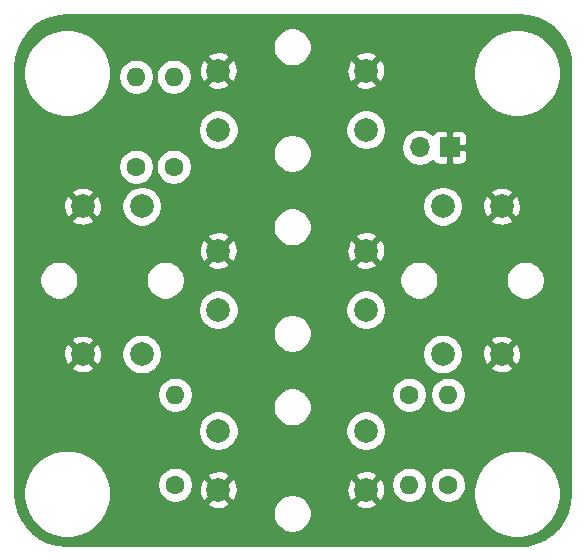
<source format=gbr>
G04 #@! TF.GenerationSoftware,KiCad,Pcbnew,(5.1.10-1-10_14)*
G04 #@! TF.CreationDate,2021-05-22T11:57:34+02:00*
G04 #@! TF.ProjectId,TecladoEB,5465636c-6164-46f4-9542-2e6b69636164,v1.3*
G04 #@! TF.SameCoordinates,PX5f5e100PY8b85c60*
G04 #@! TF.FileFunction,Copper,L1,Top*
G04 #@! TF.FilePolarity,Positive*
%FSLAX46Y46*%
G04 Gerber Fmt 4.6, Leading zero omitted, Abs format (unit mm)*
G04 Created by KiCad (PCBNEW (5.1.10-1-10_14)) date 2021-05-22 11:57:34*
%MOMM*%
%LPD*%
G01*
G04 APERTURE LIST*
G04 #@! TA.AperFunction,ComponentPad*
%ADD10C,1.600000*%
G04 #@! TD*
G04 #@! TA.AperFunction,ComponentPad*
%ADD11O,1.600000X1.600000*%
G04 #@! TD*
G04 #@! TA.AperFunction,ComponentPad*
%ADD12C,2.000000*%
G04 #@! TD*
G04 #@! TA.AperFunction,ComponentPad*
%ADD13O,1.700000X1.700000*%
G04 #@! TD*
G04 #@! TA.AperFunction,ComponentPad*
%ADD14R,1.700000X1.700000*%
G04 #@! TD*
G04 #@! TA.AperFunction,Conductor*
%ADD15C,0.254000*%
G04 #@! TD*
G04 #@! TA.AperFunction,Conductor*
%ADD16C,0.100000*%
G04 #@! TD*
G04 APERTURE END LIST*
D10*
X34036000Y13462000D03*
D11*
X34036000Y5842000D03*
D10*
X37338000Y5842000D03*
D11*
X37338000Y13462000D03*
D10*
X14224000Y5842000D03*
D11*
X14224000Y13462000D03*
D10*
X10922000Y32766000D03*
D11*
X10922000Y40386000D03*
D10*
X14097000Y32766000D03*
D11*
X14097000Y40386000D03*
D12*
X30380000Y20650000D03*
X17880000Y20650000D03*
X30380000Y25650000D03*
X17880000Y25650000D03*
X36870000Y16900000D03*
X36870000Y29400000D03*
X41870000Y16900000D03*
X41870000Y29400000D03*
X17880000Y10410000D03*
X30380000Y10410000D03*
X17880000Y5410000D03*
X30380000Y5410000D03*
X30380000Y35890000D03*
X17880000Y35890000D03*
X30380000Y40890000D03*
X17880000Y40890000D03*
X11390000Y29400000D03*
X11390000Y16900000D03*
X6390000Y29400000D03*
X6390000Y16900000D03*
D13*
X34925000Y34391600D03*
D14*
X37465000Y34391600D03*
D15*
X44146192Y45519422D02*
X44881389Y45318295D01*
X45569351Y44990154D01*
X46188331Y44545372D01*
X46718761Y43998012D01*
X47143884Y43365361D01*
X47450251Y42667439D01*
X47629499Y41920817D01*
X47677000Y41273970D01*
X47677001Y5035430D01*
X47606362Y4243934D01*
X47405056Y3508081D01*
X47076626Y2819515D01*
X46631451Y2199989D01*
X46083600Y1669084D01*
X45450393Y1243587D01*
X44751849Y936947D01*
X44004574Y757542D01*
X43357169Y710000D01*
X5010018Y710000D01*
X4222930Y780246D01*
X3491337Y980387D01*
X2806743Y1306921D01*
X2190805Y1749518D01*
X1662970Y2294199D01*
X1239934Y2923744D01*
X935068Y3618248D01*
X756693Y4361234D01*
X710000Y4997075D01*
X710000Y5447077D01*
X1353000Y5447077D01*
X1353000Y4712923D01*
X1496227Y3992874D01*
X1777176Y3314604D01*
X2185050Y2704176D01*
X2704176Y2185050D01*
X3314604Y1777176D01*
X3992874Y1496227D01*
X4712923Y1353000D01*
X5447077Y1353000D01*
X6167126Y1496227D01*
X6845396Y1777176D01*
X7455824Y2185050D01*
X7974950Y2704176D01*
X8382824Y3314604D01*
X8489734Y3572708D01*
X22478000Y3572708D01*
X22478000Y3247292D01*
X22541486Y2928129D01*
X22666017Y2627485D01*
X22846808Y2356912D01*
X23076912Y2126808D01*
X23347485Y1946017D01*
X23648129Y1821486D01*
X23967292Y1758000D01*
X24292708Y1758000D01*
X24611871Y1821486D01*
X24912515Y1946017D01*
X25183088Y2126808D01*
X25413192Y2356912D01*
X25593983Y2627485D01*
X25718514Y2928129D01*
X25782000Y3247292D01*
X25782000Y3572708D01*
X25718514Y3891871D01*
X25593983Y4192515D01*
X25539145Y4274587D01*
X29424192Y4274587D01*
X29519956Y4010186D01*
X29809571Y3869296D01*
X30121108Y3787616D01*
X30442595Y3768282D01*
X30761675Y3812039D01*
X31066088Y3917205D01*
X31240044Y4010186D01*
X31335808Y4274587D01*
X30380000Y5230395D01*
X29424192Y4274587D01*
X25539145Y4274587D01*
X25413192Y4463088D01*
X25183088Y4693192D01*
X24912515Y4873983D01*
X24611871Y4998514D01*
X24292708Y5062000D01*
X23967292Y5062000D01*
X23648129Y4998514D01*
X23347485Y4873983D01*
X23076912Y4693192D01*
X22846808Y4463088D01*
X22666017Y4192515D01*
X22541486Y3891871D01*
X22478000Y3572708D01*
X8489734Y3572708D01*
X8663773Y3992874D01*
X8719809Y4274587D01*
X16924192Y4274587D01*
X17019956Y4010186D01*
X17309571Y3869296D01*
X17621108Y3787616D01*
X17942595Y3768282D01*
X18261675Y3812039D01*
X18566088Y3917205D01*
X18740044Y4010186D01*
X18835808Y4274587D01*
X17880000Y5230395D01*
X16924192Y4274587D01*
X8719809Y4274587D01*
X8807000Y4712923D01*
X8807000Y5447077D01*
X8698530Y5992396D01*
X12697000Y5992396D01*
X12697000Y5691604D01*
X12755681Y5396590D01*
X12870790Y5118694D01*
X13037901Y4868594D01*
X13250594Y4655901D01*
X13500694Y4488790D01*
X13778590Y4373681D01*
X14073604Y4315000D01*
X14374396Y4315000D01*
X14669410Y4373681D01*
X14947306Y4488790D01*
X15197406Y4655901D01*
X15410099Y4868594D01*
X15577210Y5118694D01*
X15671945Y5347405D01*
X16238282Y5347405D01*
X16282039Y5028325D01*
X16387205Y4723912D01*
X16480186Y4549956D01*
X16744587Y4454192D01*
X17700395Y5410000D01*
X18059605Y5410000D01*
X19015413Y4454192D01*
X19279814Y4549956D01*
X19420704Y4839571D01*
X19502384Y5151108D01*
X19514189Y5347405D01*
X28738282Y5347405D01*
X28782039Y5028325D01*
X28887205Y4723912D01*
X28980186Y4549956D01*
X29244587Y4454192D01*
X30200395Y5410000D01*
X30559605Y5410000D01*
X31515413Y4454192D01*
X31779814Y4549956D01*
X31920704Y4839571D01*
X32002384Y5151108D01*
X32021718Y5472595D01*
X31977961Y5791675D01*
X31908618Y5992396D01*
X32509000Y5992396D01*
X32509000Y5691604D01*
X32567681Y5396590D01*
X32682790Y5118694D01*
X32849901Y4868594D01*
X33062594Y4655901D01*
X33312694Y4488790D01*
X33590590Y4373681D01*
X33885604Y4315000D01*
X34186396Y4315000D01*
X34481410Y4373681D01*
X34759306Y4488790D01*
X35009406Y4655901D01*
X35222099Y4868594D01*
X35389210Y5118694D01*
X35504319Y5396590D01*
X35563000Y5691604D01*
X35563000Y5992396D01*
X35811000Y5992396D01*
X35811000Y5691604D01*
X35869681Y5396590D01*
X35984790Y5118694D01*
X36151901Y4868594D01*
X36364594Y4655901D01*
X36614694Y4488790D01*
X36892590Y4373681D01*
X37187604Y4315000D01*
X37488396Y4315000D01*
X37783410Y4373681D01*
X38061306Y4488790D01*
X38311406Y4655901D01*
X38524099Y4868594D01*
X38691210Y5118694D01*
X38806319Y5396590D01*
X38816361Y5447077D01*
X39453000Y5447077D01*
X39453000Y4712923D01*
X39596227Y3992874D01*
X39877176Y3314604D01*
X40285050Y2704176D01*
X40804176Y2185050D01*
X41414604Y1777176D01*
X42092874Y1496227D01*
X42812923Y1353000D01*
X43547077Y1353000D01*
X44267126Y1496227D01*
X44945396Y1777176D01*
X45555824Y2185050D01*
X46074950Y2704176D01*
X46482824Y3314604D01*
X46763773Y3992874D01*
X46907000Y4712923D01*
X46907000Y5447077D01*
X46763773Y6167126D01*
X46482824Y6845396D01*
X46074950Y7455824D01*
X45555824Y7974950D01*
X44945396Y8382824D01*
X44267126Y8663773D01*
X43547077Y8807000D01*
X42812923Y8807000D01*
X42092874Y8663773D01*
X41414604Y8382824D01*
X40804176Y7974950D01*
X40285050Y7455824D01*
X39877176Y6845396D01*
X39596227Y6167126D01*
X39453000Y5447077D01*
X38816361Y5447077D01*
X38865000Y5691604D01*
X38865000Y5992396D01*
X38806319Y6287410D01*
X38691210Y6565306D01*
X38524099Y6815406D01*
X38311406Y7028099D01*
X38061306Y7195210D01*
X37783410Y7310319D01*
X37488396Y7369000D01*
X37187604Y7369000D01*
X36892590Y7310319D01*
X36614694Y7195210D01*
X36364594Y7028099D01*
X36151901Y6815406D01*
X35984790Y6565306D01*
X35869681Y6287410D01*
X35811000Y5992396D01*
X35563000Y5992396D01*
X35504319Y6287410D01*
X35389210Y6565306D01*
X35222099Y6815406D01*
X35009406Y7028099D01*
X34759306Y7195210D01*
X34481410Y7310319D01*
X34186396Y7369000D01*
X33885604Y7369000D01*
X33590590Y7310319D01*
X33312694Y7195210D01*
X33062594Y7028099D01*
X32849901Y6815406D01*
X32682790Y6565306D01*
X32567681Y6287410D01*
X32509000Y5992396D01*
X31908618Y5992396D01*
X31872795Y6096088D01*
X31779814Y6270044D01*
X31515413Y6365808D01*
X30559605Y5410000D01*
X30200395Y5410000D01*
X29244587Y6365808D01*
X28980186Y6270044D01*
X28839296Y5980429D01*
X28757616Y5668892D01*
X28738282Y5347405D01*
X19514189Y5347405D01*
X19521718Y5472595D01*
X19477961Y5791675D01*
X19372795Y6096088D01*
X19279814Y6270044D01*
X19015413Y6365808D01*
X18059605Y5410000D01*
X17700395Y5410000D01*
X16744587Y6365808D01*
X16480186Y6270044D01*
X16339296Y5980429D01*
X16257616Y5668892D01*
X16238282Y5347405D01*
X15671945Y5347405D01*
X15692319Y5396590D01*
X15751000Y5691604D01*
X15751000Y5992396D01*
X15692319Y6287410D01*
X15585451Y6545413D01*
X16924192Y6545413D01*
X17880000Y5589605D01*
X18835808Y6545413D01*
X29424192Y6545413D01*
X30380000Y5589605D01*
X31335808Y6545413D01*
X31240044Y6809814D01*
X30950429Y6950704D01*
X30638892Y7032384D01*
X30317405Y7051718D01*
X29998325Y7007961D01*
X29693912Y6902795D01*
X29519956Y6809814D01*
X29424192Y6545413D01*
X18835808Y6545413D01*
X18740044Y6809814D01*
X18450429Y6950704D01*
X18138892Y7032384D01*
X17817405Y7051718D01*
X17498325Y7007961D01*
X17193912Y6902795D01*
X17019956Y6809814D01*
X16924192Y6545413D01*
X15585451Y6545413D01*
X15577210Y6565306D01*
X15410099Y6815406D01*
X15197406Y7028099D01*
X14947306Y7195210D01*
X14669410Y7310319D01*
X14374396Y7369000D01*
X14073604Y7369000D01*
X13778590Y7310319D01*
X13500694Y7195210D01*
X13250594Y7028099D01*
X13037901Y6815406D01*
X12870790Y6565306D01*
X12755681Y6287410D01*
X12697000Y5992396D01*
X8698530Y5992396D01*
X8663773Y6167126D01*
X8382824Y6845396D01*
X7974950Y7455824D01*
X7455824Y7974950D01*
X6845396Y8382824D01*
X6167126Y8663773D01*
X5447077Y8807000D01*
X4712923Y8807000D01*
X3992874Y8663773D01*
X3314604Y8382824D01*
X2704176Y7974950D01*
X2185050Y7455824D01*
X1777176Y6845396D01*
X1496227Y6167126D01*
X1353000Y5447077D01*
X710000Y5447077D01*
X710000Y10580095D01*
X16153000Y10580095D01*
X16153000Y10239905D01*
X16219368Y9906253D01*
X16349553Y9591959D01*
X16538552Y9309102D01*
X16779102Y9068552D01*
X17061959Y8879553D01*
X17376253Y8749368D01*
X17709905Y8683000D01*
X18050095Y8683000D01*
X18383747Y8749368D01*
X18698041Y8879553D01*
X18980898Y9068552D01*
X19221448Y9309102D01*
X19410447Y9591959D01*
X19540632Y9906253D01*
X19607000Y10239905D01*
X19607000Y10580095D01*
X28653000Y10580095D01*
X28653000Y10239905D01*
X28719368Y9906253D01*
X28849553Y9591959D01*
X29038552Y9309102D01*
X29279102Y9068552D01*
X29561959Y8879553D01*
X29876253Y8749368D01*
X30209905Y8683000D01*
X30550095Y8683000D01*
X30883747Y8749368D01*
X31198041Y8879553D01*
X31480898Y9068552D01*
X31721448Y9309102D01*
X31910447Y9591959D01*
X32040632Y9906253D01*
X32107000Y10239905D01*
X32107000Y10580095D01*
X32040632Y10913747D01*
X31910447Y11228041D01*
X31721448Y11510898D01*
X31480898Y11751448D01*
X31198041Y11940447D01*
X30883747Y12070632D01*
X30550095Y12137000D01*
X30209905Y12137000D01*
X29876253Y12070632D01*
X29561959Y11940447D01*
X29279102Y11751448D01*
X29038552Y11510898D01*
X28849553Y11228041D01*
X28719368Y10913747D01*
X28653000Y10580095D01*
X19607000Y10580095D01*
X19540632Y10913747D01*
X19410447Y11228041D01*
X19221448Y11510898D01*
X18980898Y11751448D01*
X18698041Y11940447D01*
X18383747Y12070632D01*
X18050095Y12137000D01*
X17709905Y12137000D01*
X17376253Y12070632D01*
X17061959Y11940447D01*
X16779102Y11751448D01*
X16538552Y11510898D01*
X16349553Y11228041D01*
X16219368Y10913747D01*
X16153000Y10580095D01*
X710000Y10580095D01*
X710000Y13612396D01*
X12697000Y13612396D01*
X12697000Y13311604D01*
X12755681Y13016590D01*
X12870790Y12738694D01*
X13037901Y12488594D01*
X13250594Y12275901D01*
X13500694Y12108790D01*
X13778590Y11993681D01*
X14073604Y11935000D01*
X14374396Y11935000D01*
X14669410Y11993681D01*
X14947306Y12108790D01*
X15197406Y12275901D01*
X15410099Y12488594D01*
X15466302Y12572708D01*
X22478000Y12572708D01*
X22478000Y12247292D01*
X22541486Y11928129D01*
X22666017Y11627485D01*
X22846808Y11356912D01*
X23076912Y11126808D01*
X23347485Y10946017D01*
X23648129Y10821486D01*
X23967292Y10758000D01*
X24292708Y10758000D01*
X24611871Y10821486D01*
X24912515Y10946017D01*
X25183088Y11126808D01*
X25413192Y11356912D01*
X25593983Y11627485D01*
X25718514Y11928129D01*
X25782000Y12247292D01*
X25782000Y12572708D01*
X25718514Y12891871D01*
X25593983Y13192515D01*
X25413192Y13463088D01*
X25263884Y13612396D01*
X32509000Y13612396D01*
X32509000Y13311604D01*
X32567681Y13016590D01*
X32682790Y12738694D01*
X32849901Y12488594D01*
X33062594Y12275901D01*
X33312694Y12108790D01*
X33590590Y11993681D01*
X33885604Y11935000D01*
X34186396Y11935000D01*
X34481410Y11993681D01*
X34759306Y12108790D01*
X35009406Y12275901D01*
X35222099Y12488594D01*
X35389210Y12738694D01*
X35504319Y13016590D01*
X35563000Y13311604D01*
X35563000Y13612396D01*
X35811000Y13612396D01*
X35811000Y13311604D01*
X35869681Y13016590D01*
X35984790Y12738694D01*
X36151901Y12488594D01*
X36364594Y12275901D01*
X36614694Y12108790D01*
X36892590Y11993681D01*
X37187604Y11935000D01*
X37488396Y11935000D01*
X37783410Y11993681D01*
X38061306Y12108790D01*
X38311406Y12275901D01*
X38524099Y12488594D01*
X38691210Y12738694D01*
X38806319Y13016590D01*
X38865000Y13311604D01*
X38865000Y13612396D01*
X38806319Y13907410D01*
X38691210Y14185306D01*
X38524099Y14435406D01*
X38311406Y14648099D01*
X38061306Y14815210D01*
X37783410Y14930319D01*
X37488396Y14989000D01*
X37187604Y14989000D01*
X36892590Y14930319D01*
X36614694Y14815210D01*
X36364594Y14648099D01*
X36151901Y14435406D01*
X35984790Y14185306D01*
X35869681Y13907410D01*
X35811000Y13612396D01*
X35563000Y13612396D01*
X35504319Y13907410D01*
X35389210Y14185306D01*
X35222099Y14435406D01*
X35009406Y14648099D01*
X34759306Y14815210D01*
X34481410Y14930319D01*
X34186396Y14989000D01*
X33885604Y14989000D01*
X33590590Y14930319D01*
X33312694Y14815210D01*
X33062594Y14648099D01*
X32849901Y14435406D01*
X32682790Y14185306D01*
X32567681Y13907410D01*
X32509000Y13612396D01*
X25263884Y13612396D01*
X25183088Y13693192D01*
X24912515Y13873983D01*
X24611871Y13998514D01*
X24292708Y14062000D01*
X23967292Y14062000D01*
X23648129Y13998514D01*
X23347485Y13873983D01*
X23076912Y13693192D01*
X22846808Y13463088D01*
X22666017Y13192515D01*
X22541486Y12891871D01*
X22478000Y12572708D01*
X15466302Y12572708D01*
X15577210Y12738694D01*
X15692319Y13016590D01*
X15751000Y13311604D01*
X15751000Y13612396D01*
X15692319Y13907410D01*
X15577210Y14185306D01*
X15410099Y14435406D01*
X15197406Y14648099D01*
X14947306Y14815210D01*
X14669410Y14930319D01*
X14374396Y14989000D01*
X14073604Y14989000D01*
X13778590Y14930319D01*
X13500694Y14815210D01*
X13250594Y14648099D01*
X13037901Y14435406D01*
X12870790Y14185306D01*
X12755681Y13907410D01*
X12697000Y13612396D01*
X710000Y13612396D01*
X710000Y15764587D01*
X5434192Y15764587D01*
X5529956Y15500186D01*
X5819571Y15359296D01*
X6131108Y15277616D01*
X6452595Y15258282D01*
X6771675Y15302039D01*
X7076088Y15407205D01*
X7250044Y15500186D01*
X7345808Y15764587D01*
X6390000Y16720395D01*
X5434192Y15764587D01*
X710000Y15764587D01*
X710000Y16837405D01*
X4748282Y16837405D01*
X4792039Y16518325D01*
X4897205Y16213912D01*
X4990186Y16039956D01*
X5254587Y15944192D01*
X6210395Y16900000D01*
X6569605Y16900000D01*
X7525413Y15944192D01*
X7789814Y16039956D01*
X7930704Y16329571D01*
X8012384Y16641108D01*
X8031718Y16962595D01*
X8016976Y17070095D01*
X9663000Y17070095D01*
X9663000Y16729905D01*
X9729368Y16396253D01*
X9859553Y16081959D01*
X10048552Y15799102D01*
X10289102Y15558552D01*
X10571959Y15369553D01*
X10886253Y15239368D01*
X11219905Y15173000D01*
X11560095Y15173000D01*
X11893747Y15239368D01*
X12208041Y15369553D01*
X12490898Y15558552D01*
X12731448Y15799102D01*
X12920447Y16081959D01*
X13050632Y16396253D01*
X13117000Y16729905D01*
X13117000Y17070095D01*
X13050632Y17403747D01*
X12920447Y17718041D01*
X12731448Y18000898D01*
X12490898Y18241448D01*
X12208041Y18430447D01*
X11893747Y18560632D01*
X11560095Y18627000D01*
X11219905Y18627000D01*
X10886253Y18560632D01*
X10571959Y18430447D01*
X10289102Y18241448D01*
X10048552Y18000898D01*
X9859553Y17718041D01*
X9729368Y17403747D01*
X9663000Y17070095D01*
X8016976Y17070095D01*
X7987961Y17281675D01*
X7882795Y17586088D01*
X7789814Y17760044D01*
X7525413Y17855808D01*
X6569605Y16900000D01*
X6210395Y16900000D01*
X5254587Y17855808D01*
X4990186Y17760044D01*
X4849296Y17470429D01*
X4767616Y17158892D01*
X4748282Y16837405D01*
X710000Y16837405D01*
X710000Y18035413D01*
X5434192Y18035413D01*
X6390000Y17079605D01*
X7345808Y18035413D01*
X7250044Y18299814D01*
X6960429Y18440704D01*
X6648892Y18522384D01*
X6327405Y18541718D01*
X6008325Y18497961D01*
X5703912Y18392795D01*
X5529956Y18299814D01*
X5434192Y18035413D01*
X710000Y18035413D01*
X710000Y18812708D01*
X22478000Y18812708D01*
X22478000Y18487292D01*
X22541486Y18168129D01*
X22666017Y17867485D01*
X22846808Y17596912D01*
X23076912Y17366808D01*
X23347485Y17186017D01*
X23648129Y17061486D01*
X23967292Y16998000D01*
X24292708Y16998000D01*
X24611871Y17061486D01*
X24632654Y17070095D01*
X35143000Y17070095D01*
X35143000Y16729905D01*
X35209368Y16396253D01*
X35339553Y16081959D01*
X35528552Y15799102D01*
X35769102Y15558552D01*
X36051959Y15369553D01*
X36366253Y15239368D01*
X36699905Y15173000D01*
X37040095Y15173000D01*
X37373747Y15239368D01*
X37688041Y15369553D01*
X37970898Y15558552D01*
X38176933Y15764587D01*
X40914192Y15764587D01*
X41009956Y15500186D01*
X41299571Y15359296D01*
X41611108Y15277616D01*
X41932595Y15258282D01*
X42251675Y15302039D01*
X42556088Y15407205D01*
X42730044Y15500186D01*
X42825808Y15764587D01*
X41870000Y16720395D01*
X40914192Y15764587D01*
X38176933Y15764587D01*
X38211448Y15799102D01*
X38400447Y16081959D01*
X38530632Y16396253D01*
X38597000Y16729905D01*
X38597000Y16837405D01*
X40228282Y16837405D01*
X40272039Y16518325D01*
X40377205Y16213912D01*
X40470186Y16039956D01*
X40734587Y15944192D01*
X41690395Y16900000D01*
X42049605Y16900000D01*
X43005413Y15944192D01*
X43269814Y16039956D01*
X43410704Y16329571D01*
X43492384Y16641108D01*
X43511718Y16962595D01*
X43467961Y17281675D01*
X43362795Y17586088D01*
X43269814Y17760044D01*
X43005413Y17855808D01*
X42049605Y16900000D01*
X41690395Y16900000D01*
X40734587Y17855808D01*
X40470186Y17760044D01*
X40329296Y17470429D01*
X40247616Y17158892D01*
X40228282Y16837405D01*
X38597000Y16837405D01*
X38597000Y17070095D01*
X38530632Y17403747D01*
X38400447Y17718041D01*
X38211448Y18000898D01*
X38176933Y18035413D01*
X40914192Y18035413D01*
X41870000Y17079605D01*
X42825808Y18035413D01*
X42730044Y18299814D01*
X42440429Y18440704D01*
X42128892Y18522384D01*
X41807405Y18541718D01*
X41488325Y18497961D01*
X41183912Y18392795D01*
X41009956Y18299814D01*
X40914192Y18035413D01*
X38176933Y18035413D01*
X37970898Y18241448D01*
X37688041Y18430447D01*
X37373747Y18560632D01*
X37040095Y18627000D01*
X36699905Y18627000D01*
X36366253Y18560632D01*
X36051959Y18430447D01*
X35769102Y18241448D01*
X35528552Y18000898D01*
X35339553Y17718041D01*
X35209368Y17403747D01*
X35143000Y17070095D01*
X24632654Y17070095D01*
X24912515Y17186017D01*
X25183088Y17366808D01*
X25413192Y17596912D01*
X25593983Y17867485D01*
X25718514Y18168129D01*
X25782000Y18487292D01*
X25782000Y18812708D01*
X25718514Y19131871D01*
X25593983Y19432515D01*
X25413192Y19703088D01*
X25183088Y19933192D01*
X24912515Y20113983D01*
X24611871Y20238514D01*
X24292708Y20302000D01*
X23967292Y20302000D01*
X23648129Y20238514D01*
X23347485Y20113983D01*
X23076912Y19933192D01*
X22846808Y19703088D01*
X22666017Y19432515D01*
X22541486Y19131871D01*
X22478000Y18812708D01*
X710000Y18812708D01*
X710000Y20820095D01*
X16153000Y20820095D01*
X16153000Y20479905D01*
X16219368Y20146253D01*
X16349553Y19831959D01*
X16538552Y19549102D01*
X16779102Y19308552D01*
X17061959Y19119553D01*
X17376253Y18989368D01*
X17709905Y18923000D01*
X18050095Y18923000D01*
X18383747Y18989368D01*
X18698041Y19119553D01*
X18980898Y19308552D01*
X19221448Y19549102D01*
X19410447Y19831959D01*
X19540632Y20146253D01*
X19607000Y20479905D01*
X19607000Y20820095D01*
X28653000Y20820095D01*
X28653000Y20479905D01*
X28719368Y20146253D01*
X28849553Y19831959D01*
X29038552Y19549102D01*
X29279102Y19308552D01*
X29561959Y19119553D01*
X29876253Y18989368D01*
X30209905Y18923000D01*
X30550095Y18923000D01*
X30883747Y18989368D01*
X31198041Y19119553D01*
X31480898Y19308552D01*
X31721448Y19549102D01*
X31910447Y19831959D01*
X32040632Y20146253D01*
X32107000Y20479905D01*
X32107000Y20820095D01*
X32040632Y21153747D01*
X31910447Y21468041D01*
X31721448Y21750898D01*
X31480898Y21991448D01*
X31198041Y22180447D01*
X30883747Y22310632D01*
X30550095Y22377000D01*
X30209905Y22377000D01*
X29876253Y22310632D01*
X29561959Y22180447D01*
X29279102Y21991448D01*
X29038552Y21750898D01*
X28849553Y21468041D01*
X28719368Y21153747D01*
X28653000Y20820095D01*
X19607000Y20820095D01*
X19540632Y21153747D01*
X19410447Y21468041D01*
X19221448Y21750898D01*
X18980898Y21991448D01*
X18698041Y22180447D01*
X18383747Y22310632D01*
X18050095Y22377000D01*
X17709905Y22377000D01*
X17376253Y22310632D01*
X17061959Y22180447D01*
X16779102Y21991448D01*
X16538552Y21750898D01*
X16349553Y21468041D01*
X16219368Y21153747D01*
X16153000Y20820095D01*
X710000Y20820095D01*
X710000Y23312708D01*
X2738000Y23312708D01*
X2738000Y22987292D01*
X2801486Y22668129D01*
X2926017Y22367485D01*
X3106808Y22096912D01*
X3336912Y21866808D01*
X3607485Y21686017D01*
X3908129Y21561486D01*
X4227292Y21498000D01*
X4552708Y21498000D01*
X4871871Y21561486D01*
X5172515Y21686017D01*
X5443088Y21866808D01*
X5673192Y22096912D01*
X5853983Y22367485D01*
X5978514Y22668129D01*
X6042000Y22987292D01*
X6042000Y23312708D01*
X11738000Y23312708D01*
X11738000Y22987292D01*
X11801486Y22668129D01*
X11926017Y22367485D01*
X12106808Y22096912D01*
X12336912Y21866808D01*
X12607485Y21686017D01*
X12908129Y21561486D01*
X13227292Y21498000D01*
X13552708Y21498000D01*
X13871871Y21561486D01*
X14172515Y21686017D01*
X14443088Y21866808D01*
X14673192Y22096912D01*
X14853983Y22367485D01*
X14978514Y22668129D01*
X15042000Y22987292D01*
X15042000Y23312708D01*
X33218000Y23312708D01*
X33218000Y22987292D01*
X33281486Y22668129D01*
X33406017Y22367485D01*
X33586808Y22096912D01*
X33816912Y21866808D01*
X34087485Y21686017D01*
X34388129Y21561486D01*
X34707292Y21498000D01*
X35032708Y21498000D01*
X35351871Y21561486D01*
X35652515Y21686017D01*
X35923088Y21866808D01*
X36153192Y22096912D01*
X36333983Y22367485D01*
X36458514Y22668129D01*
X36522000Y22987292D01*
X36522000Y23312708D01*
X42218000Y23312708D01*
X42218000Y22987292D01*
X42281486Y22668129D01*
X42406017Y22367485D01*
X42586808Y22096912D01*
X42816912Y21866808D01*
X43087485Y21686017D01*
X43388129Y21561486D01*
X43707292Y21498000D01*
X44032708Y21498000D01*
X44351871Y21561486D01*
X44652515Y21686017D01*
X44923088Y21866808D01*
X45153192Y22096912D01*
X45333983Y22367485D01*
X45458514Y22668129D01*
X45522000Y22987292D01*
X45522000Y23312708D01*
X45458514Y23631871D01*
X45333983Y23932515D01*
X45153192Y24203088D01*
X44923088Y24433192D01*
X44652515Y24613983D01*
X44351871Y24738514D01*
X44032708Y24802000D01*
X43707292Y24802000D01*
X43388129Y24738514D01*
X43087485Y24613983D01*
X42816912Y24433192D01*
X42586808Y24203088D01*
X42406017Y23932515D01*
X42281486Y23631871D01*
X42218000Y23312708D01*
X36522000Y23312708D01*
X36458514Y23631871D01*
X36333983Y23932515D01*
X36153192Y24203088D01*
X35923088Y24433192D01*
X35652515Y24613983D01*
X35351871Y24738514D01*
X35032708Y24802000D01*
X34707292Y24802000D01*
X34388129Y24738514D01*
X34087485Y24613983D01*
X33816912Y24433192D01*
X33586808Y24203088D01*
X33406017Y23932515D01*
X33281486Y23631871D01*
X33218000Y23312708D01*
X15042000Y23312708D01*
X14978514Y23631871D01*
X14853983Y23932515D01*
X14673192Y24203088D01*
X14443088Y24433192D01*
X14321272Y24514587D01*
X16924192Y24514587D01*
X17019956Y24250186D01*
X17309571Y24109296D01*
X17621108Y24027616D01*
X17942595Y24008282D01*
X18261675Y24052039D01*
X18566088Y24157205D01*
X18740044Y24250186D01*
X18835808Y24514587D01*
X29424192Y24514587D01*
X29519956Y24250186D01*
X29809571Y24109296D01*
X30121108Y24027616D01*
X30442595Y24008282D01*
X30761675Y24052039D01*
X31066088Y24157205D01*
X31240044Y24250186D01*
X31335808Y24514587D01*
X30380000Y25470395D01*
X29424192Y24514587D01*
X18835808Y24514587D01*
X17880000Y25470395D01*
X16924192Y24514587D01*
X14321272Y24514587D01*
X14172515Y24613983D01*
X13871871Y24738514D01*
X13552708Y24802000D01*
X13227292Y24802000D01*
X12908129Y24738514D01*
X12607485Y24613983D01*
X12336912Y24433192D01*
X12106808Y24203088D01*
X11926017Y23932515D01*
X11801486Y23631871D01*
X11738000Y23312708D01*
X6042000Y23312708D01*
X5978514Y23631871D01*
X5853983Y23932515D01*
X5673192Y24203088D01*
X5443088Y24433192D01*
X5172515Y24613983D01*
X4871871Y24738514D01*
X4552708Y24802000D01*
X4227292Y24802000D01*
X3908129Y24738514D01*
X3607485Y24613983D01*
X3336912Y24433192D01*
X3106808Y24203088D01*
X2926017Y23932515D01*
X2801486Y23631871D01*
X2738000Y23312708D01*
X710000Y23312708D01*
X710000Y25587405D01*
X16238282Y25587405D01*
X16282039Y25268325D01*
X16387205Y24963912D01*
X16480186Y24789956D01*
X16744587Y24694192D01*
X17700395Y25650000D01*
X18059605Y25650000D01*
X19015413Y24694192D01*
X19279814Y24789956D01*
X19420704Y25079571D01*
X19502384Y25391108D01*
X19514189Y25587405D01*
X28738282Y25587405D01*
X28782039Y25268325D01*
X28887205Y24963912D01*
X28980186Y24789956D01*
X29244587Y24694192D01*
X30200395Y25650000D01*
X30559605Y25650000D01*
X31515413Y24694192D01*
X31779814Y24789956D01*
X31920704Y25079571D01*
X32002384Y25391108D01*
X32021718Y25712595D01*
X31977961Y26031675D01*
X31872795Y26336088D01*
X31779814Y26510044D01*
X31515413Y26605808D01*
X30559605Y25650000D01*
X30200395Y25650000D01*
X29244587Y26605808D01*
X28980186Y26510044D01*
X28839296Y26220429D01*
X28757616Y25908892D01*
X28738282Y25587405D01*
X19514189Y25587405D01*
X19521718Y25712595D01*
X19477961Y26031675D01*
X19372795Y26336088D01*
X19279814Y26510044D01*
X19015413Y26605808D01*
X18059605Y25650000D01*
X17700395Y25650000D01*
X16744587Y26605808D01*
X16480186Y26510044D01*
X16339296Y26220429D01*
X16257616Y25908892D01*
X16238282Y25587405D01*
X710000Y25587405D01*
X710000Y26785413D01*
X16924192Y26785413D01*
X17880000Y25829605D01*
X18835808Y26785413D01*
X18740044Y27049814D01*
X18450429Y27190704D01*
X18138892Y27272384D01*
X17817405Y27291718D01*
X17498325Y27247961D01*
X17193912Y27142795D01*
X17019956Y27049814D01*
X16924192Y26785413D01*
X710000Y26785413D01*
X710000Y28264587D01*
X5434192Y28264587D01*
X5529956Y28000186D01*
X5819571Y27859296D01*
X6131108Y27777616D01*
X6452595Y27758282D01*
X6771675Y27802039D01*
X7076088Y27907205D01*
X7250044Y28000186D01*
X7345808Y28264587D01*
X6390000Y29220395D01*
X5434192Y28264587D01*
X710000Y28264587D01*
X710000Y29337405D01*
X4748282Y29337405D01*
X4792039Y29018325D01*
X4897205Y28713912D01*
X4990186Y28539956D01*
X5254587Y28444192D01*
X6210395Y29400000D01*
X6569605Y29400000D01*
X7525413Y28444192D01*
X7789814Y28539956D01*
X7930704Y28829571D01*
X8012384Y29141108D01*
X8031718Y29462595D01*
X8016976Y29570095D01*
X9663000Y29570095D01*
X9663000Y29229905D01*
X9729368Y28896253D01*
X9859553Y28581959D01*
X10048552Y28299102D01*
X10289102Y28058552D01*
X10571959Y27869553D01*
X10886253Y27739368D01*
X11219905Y27673000D01*
X11560095Y27673000D01*
X11893747Y27739368D01*
X12070805Y27812708D01*
X22478000Y27812708D01*
X22478000Y27487292D01*
X22541486Y27168129D01*
X22666017Y26867485D01*
X22846808Y26596912D01*
X23076912Y26366808D01*
X23347485Y26186017D01*
X23648129Y26061486D01*
X23967292Y25998000D01*
X24292708Y25998000D01*
X24611871Y26061486D01*
X24912515Y26186017D01*
X25183088Y26366808D01*
X25413192Y26596912D01*
X25539144Y26785413D01*
X29424192Y26785413D01*
X30380000Y25829605D01*
X31335808Y26785413D01*
X31240044Y27049814D01*
X30950429Y27190704D01*
X30638892Y27272384D01*
X30317405Y27291718D01*
X29998325Y27247961D01*
X29693912Y27142795D01*
X29519956Y27049814D01*
X29424192Y26785413D01*
X25539144Y26785413D01*
X25593983Y26867485D01*
X25718514Y27168129D01*
X25782000Y27487292D01*
X25782000Y27812708D01*
X25718514Y28131871D01*
X25593983Y28432515D01*
X25413192Y28703088D01*
X25183088Y28933192D01*
X24912515Y29113983D01*
X24611871Y29238514D01*
X24292708Y29302000D01*
X23967292Y29302000D01*
X23648129Y29238514D01*
X23347485Y29113983D01*
X23076912Y28933192D01*
X22846808Y28703088D01*
X22666017Y28432515D01*
X22541486Y28131871D01*
X22478000Y27812708D01*
X12070805Y27812708D01*
X12208041Y27869553D01*
X12490898Y28058552D01*
X12731448Y28299102D01*
X12920447Y28581959D01*
X13050632Y28896253D01*
X13117000Y29229905D01*
X13117000Y29570095D01*
X35143000Y29570095D01*
X35143000Y29229905D01*
X35209368Y28896253D01*
X35339553Y28581959D01*
X35528552Y28299102D01*
X35769102Y28058552D01*
X36051959Y27869553D01*
X36366253Y27739368D01*
X36699905Y27673000D01*
X37040095Y27673000D01*
X37373747Y27739368D01*
X37688041Y27869553D01*
X37970898Y28058552D01*
X38176933Y28264587D01*
X40914192Y28264587D01*
X41009956Y28000186D01*
X41299571Y27859296D01*
X41611108Y27777616D01*
X41932595Y27758282D01*
X42251675Y27802039D01*
X42556088Y27907205D01*
X42730044Y28000186D01*
X42825808Y28264587D01*
X41870000Y29220395D01*
X40914192Y28264587D01*
X38176933Y28264587D01*
X38211448Y28299102D01*
X38400447Y28581959D01*
X38530632Y28896253D01*
X38597000Y29229905D01*
X38597000Y29337405D01*
X40228282Y29337405D01*
X40272039Y29018325D01*
X40377205Y28713912D01*
X40470186Y28539956D01*
X40734587Y28444192D01*
X41690395Y29400000D01*
X42049605Y29400000D01*
X43005413Y28444192D01*
X43269814Y28539956D01*
X43410704Y28829571D01*
X43492384Y29141108D01*
X43511718Y29462595D01*
X43467961Y29781675D01*
X43362795Y30086088D01*
X43269814Y30260044D01*
X43005413Y30355808D01*
X42049605Y29400000D01*
X41690395Y29400000D01*
X40734587Y30355808D01*
X40470186Y30260044D01*
X40329296Y29970429D01*
X40247616Y29658892D01*
X40228282Y29337405D01*
X38597000Y29337405D01*
X38597000Y29570095D01*
X38530632Y29903747D01*
X38400447Y30218041D01*
X38211448Y30500898D01*
X38176933Y30535413D01*
X40914192Y30535413D01*
X41870000Y29579605D01*
X42825808Y30535413D01*
X42730044Y30799814D01*
X42440429Y30940704D01*
X42128892Y31022384D01*
X41807405Y31041718D01*
X41488325Y30997961D01*
X41183912Y30892795D01*
X41009956Y30799814D01*
X40914192Y30535413D01*
X38176933Y30535413D01*
X37970898Y30741448D01*
X37688041Y30930447D01*
X37373747Y31060632D01*
X37040095Y31127000D01*
X36699905Y31127000D01*
X36366253Y31060632D01*
X36051959Y30930447D01*
X35769102Y30741448D01*
X35528552Y30500898D01*
X35339553Y30218041D01*
X35209368Y29903747D01*
X35143000Y29570095D01*
X13117000Y29570095D01*
X13050632Y29903747D01*
X12920447Y30218041D01*
X12731448Y30500898D01*
X12490898Y30741448D01*
X12208041Y30930447D01*
X11893747Y31060632D01*
X11560095Y31127000D01*
X11219905Y31127000D01*
X10886253Y31060632D01*
X10571959Y30930447D01*
X10289102Y30741448D01*
X10048552Y30500898D01*
X9859553Y30218041D01*
X9729368Y29903747D01*
X9663000Y29570095D01*
X8016976Y29570095D01*
X7987961Y29781675D01*
X7882795Y30086088D01*
X7789814Y30260044D01*
X7525413Y30355808D01*
X6569605Y29400000D01*
X6210395Y29400000D01*
X5254587Y30355808D01*
X4990186Y30260044D01*
X4849296Y29970429D01*
X4767616Y29658892D01*
X4748282Y29337405D01*
X710000Y29337405D01*
X710000Y30535413D01*
X5434192Y30535413D01*
X6390000Y29579605D01*
X7345808Y30535413D01*
X7250044Y30799814D01*
X6960429Y30940704D01*
X6648892Y31022384D01*
X6327405Y31041718D01*
X6008325Y30997961D01*
X5703912Y30892795D01*
X5529956Y30799814D01*
X5434192Y30535413D01*
X710000Y30535413D01*
X710000Y32916396D01*
X9395000Y32916396D01*
X9395000Y32615604D01*
X9453681Y32320590D01*
X9568790Y32042694D01*
X9735901Y31792594D01*
X9948594Y31579901D01*
X10198694Y31412790D01*
X10476590Y31297681D01*
X10771604Y31239000D01*
X11072396Y31239000D01*
X11367410Y31297681D01*
X11645306Y31412790D01*
X11895406Y31579901D01*
X12108099Y31792594D01*
X12275210Y32042694D01*
X12390319Y32320590D01*
X12449000Y32615604D01*
X12449000Y32916396D01*
X12570000Y32916396D01*
X12570000Y32615604D01*
X12628681Y32320590D01*
X12743790Y32042694D01*
X12910901Y31792594D01*
X13123594Y31579901D01*
X13373694Y31412790D01*
X13651590Y31297681D01*
X13946604Y31239000D01*
X14247396Y31239000D01*
X14542410Y31297681D01*
X14820306Y31412790D01*
X15070406Y31579901D01*
X15283099Y31792594D01*
X15450210Y32042694D01*
X15565319Y32320590D01*
X15624000Y32615604D01*
X15624000Y32916396D01*
X15565319Y33211410D01*
X15450210Y33489306D01*
X15283099Y33739406D01*
X15070406Y33952099D01*
X14919834Y34052708D01*
X22478000Y34052708D01*
X22478000Y33727292D01*
X22541486Y33408129D01*
X22666017Y33107485D01*
X22846808Y32836912D01*
X23076912Y32606808D01*
X23347485Y32426017D01*
X23648129Y32301486D01*
X23967292Y32238000D01*
X24292708Y32238000D01*
X24611871Y32301486D01*
X24912515Y32426017D01*
X25183088Y32606808D01*
X25413192Y32836912D01*
X25593983Y33107485D01*
X25718514Y33408129D01*
X25782000Y33727292D01*
X25782000Y34052708D01*
X25718514Y34371871D01*
X25593983Y34672515D01*
X25413192Y34943088D01*
X25183088Y35173192D01*
X24912515Y35353983D01*
X24611871Y35478514D01*
X24292708Y35542000D01*
X23967292Y35542000D01*
X23648129Y35478514D01*
X23347485Y35353983D01*
X23076912Y35173192D01*
X22846808Y34943088D01*
X22666017Y34672515D01*
X22541486Y34371871D01*
X22478000Y34052708D01*
X14919834Y34052708D01*
X14820306Y34119210D01*
X14542410Y34234319D01*
X14247396Y34293000D01*
X13946604Y34293000D01*
X13651590Y34234319D01*
X13373694Y34119210D01*
X13123594Y33952099D01*
X12910901Y33739406D01*
X12743790Y33489306D01*
X12628681Y33211410D01*
X12570000Y32916396D01*
X12449000Y32916396D01*
X12390319Y33211410D01*
X12275210Y33489306D01*
X12108099Y33739406D01*
X11895406Y33952099D01*
X11645306Y34119210D01*
X11367410Y34234319D01*
X11072396Y34293000D01*
X10771604Y34293000D01*
X10476590Y34234319D01*
X10198694Y34119210D01*
X9948594Y33952099D01*
X9735901Y33739406D01*
X9568790Y33489306D01*
X9453681Y33211410D01*
X9395000Y32916396D01*
X710000Y32916396D01*
X710000Y36060095D01*
X16153000Y36060095D01*
X16153000Y35719905D01*
X16219368Y35386253D01*
X16349553Y35071959D01*
X16538552Y34789102D01*
X16779102Y34548552D01*
X17061959Y34359553D01*
X17376253Y34229368D01*
X17709905Y34163000D01*
X18050095Y34163000D01*
X18383747Y34229368D01*
X18698041Y34359553D01*
X18980898Y34548552D01*
X19221448Y34789102D01*
X19410447Y35071959D01*
X19540632Y35386253D01*
X19607000Y35719905D01*
X19607000Y36060095D01*
X28653000Y36060095D01*
X28653000Y35719905D01*
X28719368Y35386253D01*
X28849553Y35071959D01*
X29038552Y34789102D01*
X29279102Y34548552D01*
X29561959Y34359553D01*
X29876253Y34229368D01*
X30209905Y34163000D01*
X30550095Y34163000D01*
X30883747Y34229368D01*
X31198041Y34359553D01*
X31478457Y34546921D01*
X33348000Y34546921D01*
X33348000Y34236279D01*
X33408604Y33931606D01*
X33527481Y33644611D01*
X33700064Y33386321D01*
X33919721Y33166664D01*
X34178011Y32994081D01*
X34465006Y32875204D01*
X34769679Y32814600D01*
X35080321Y32814600D01*
X35384994Y32875204D01*
X35671989Y32994081D01*
X35930279Y33166664D01*
X36037877Y33274262D01*
X36084463Y33187106D01*
X36163815Y33090415D01*
X36260506Y33011063D01*
X36370820Y32952098D01*
X36490518Y32915788D01*
X36615000Y32903528D01*
X37179250Y32906600D01*
X37338000Y33065350D01*
X37338000Y34264600D01*
X37592000Y34264600D01*
X37592000Y33065350D01*
X37750750Y32906600D01*
X38315000Y32903528D01*
X38439482Y32915788D01*
X38559180Y32952098D01*
X38669494Y33011063D01*
X38766185Y33090415D01*
X38845537Y33187106D01*
X38904502Y33297420D01*
X38940812Y33417118D01*
X38953072Y33541600D01*
X38950000Y34105850D01*
X38791250Y34264600D01*
X37592000Y34264600D01*
X37338000Y34264600D01*
X37318000Y34264600D01*
X37318000Y34518600D01*
X37338000Y34518600D01*
X37338000Y35717850D01*
X37592000Y35717850D01*
X37592000Y34518600D01*
X38791250Y34518600D01*
X38950000Y34677350D01*
X38953072Y35241600D01*
X38940812Y35366082D01*
X38904502Y35485780D01*
X38845537Y35596094D01*
X38766185Y35692785D01*
X38669494Y35772137D01*
X38559180Y35831102D01*
X38439482Y35867412D01*
X38315000Y35879672D01*
X37750750Y35876600D01*
X37592000Y35717850D01*
X37338000Y35717850D01*
X37179250Y35876600D01*
X36615000Y35879672D01*
X36490518Y35867412D01*
X36370820Y35831102D01*
X36260506Y35772137D01*
X36163815Y35692785D01*
X36084463Y35596094D01*
X36037877Y35508938D01*
X35930279Y35616536D01*
X35671989Y35789119D01*
X35384994Y35907996D01*
X35080321Y35968600D01*
X34769679Y35968600D01*
X34465006Y35907996D01*
X34178011Y35789119D01*
X33919721Y35616536D01*
X33700064Y35396879D01*
X33527481Y35138589D01*
X33408604Y34851594D01*
X33348000Y34546921D01*
X31478457Y34546921D01*
X31480898Y34548552D01*
X31721448Y34789102D01*
X31910447Y35071959D01*
X32040632Y35386253D01*
X32107000Y35719905D01*
X32107000Y36060095D01*
X32040632Y36393747D01*
X31910447Y36708041D01*
X31721448Y36990898D01*
X31480898Y37231448D01*
X31198041Y37420447D01*
X30883747Y37550632D01*
X30550095Y37617000D01*
X30209905Y37617000D01*
X29876253Y37550632D01*
X29561959Y37420447D01*
X29279102Y37231448D01*
X29038552Y36990898D01*
X28849553Y36708041D01*
X28719368Y36393747D01*
X28653000Y36060095D01*
X19607000Y36060095D01*
X19540632Y36393747D01*
X19410447Y36708041D01*
X19221448Y36990898D01*
X18980898Y37231448D01*
X18698041Y37420447D01*
X18383747Y37550632D01*
X18050095Y37617000D01*
X17709905Y37617000D01*
X17376253Y37550632D01*
X17061959Y37420447D01*
X16779102Y37231448D01*
X16538552Y36990898D01*
X16349553Y36708041D01*
X16219368Y36393747D01*
X16153000Y36060095D01*
X710000Y36060095D01*
X710000Y41067077D01*
X1353000Y41067077D01*
X1353000Y40332923D01*
X1496227Y39612874D01*
X1777176Y38934604D01*
X2185050Y38324176D01*
X2704176Y37805050D01*
X3314604Y37397176D01*
X3992874Y37116227D01*
X4712923Y36973000D01*
X5447077Y36973000D01*
X6167126Y37116227D01*
X6845396Y37397176D01*
X7455824Y37805050D01*
X7974950Y38324176D01*
X8382824Y38934604D01*
X8663773Y39612874D01*
X8807000Y40332923D01*
X8807000Y40536396D01*
X9395000Y40536396D01*
X9395000Y40235604D01*
X9453681Y39940590D01*
X9568790Y39662694D01*
X9735901Y39412594D01*
X9948594Y39199901D01*
X10198694Y39032790D01*
X10476590Y38917681D01*
X10771604Y38859000D01*
X11072396Y38859000D01*
X11367410Y38917681D01*
X11645306Y39032790D01*
X11895406Y39199901D01*
X12108099Y39412594D01*
X12275210Y39662694D01*
X12390319Y39940590D01*
X12449000Y40235604D01*
X12449000Y40536396D01*
X12570000Y40536396D01*
X12570000Y40235604D01*
X12628681Y39940590D01*
X12743790Y39662694D01*
X12910901Y39412594D01*
X13123594Y39199901D01*
X13373694Y39032790D01*
X13651590Y38917681D01*
X13946604Y38859000D01*
X14247396Y38859000D01*
X14542410Y38917681D01*
X14820306Y39032790D01*
X15070406Y39199901D01*
X15283099Y39412594D01*
X15450210Y39662694D01*
X15488273Y39754587D01*
X16924192Y39754587D01*
X17019956Y39490186D01*
X17309571Y39349296D01*
X17621108Y39267616D01*
X17942595Y39248282D01*
X18261675Y39292039D01*
X18566088Y39397205D01*
X18740044Y39490186D01*
X18835808Y39754587D01*
X29424192Y39754587D01*
X29519956Y39490186D01*
X29809571Y39349296D01*
X30121108Y39267616D01*
X30442595Y39248282D01*
X30761675Y39292039D01*
X31066088Y39397205D01*
X31240044Y39490186D01*
X31335808Y39754587D01*
X30380000Y40710395D01*
X29424192Y39754587D01*
X18835808Y39754587D01*
X17880000Y40710395D01*
X16924192Y39754587D01*
X15488273Y39754587D01*
X15565319Y39940590D01*
X15624000Y40235604D01*
X15624000Y40536396D01*
X15566116Y40827405D01*
X16238282Y40827405D01*
X16282039Y40508325D01*
X16387205Y40203912D01*
X16480186Y40029956D01*
X16744587Y39934192D01*
X17700395Y40890000D01*
X18059605Y40890000D01*
X19015413Y39934192D01*
X19279814Y40029956D01*
X19420704Y40319571D01*
X19502384Y40631108D01*
X19514189Y40827405D01*
X28738282Y40827405D01*
X28782039Y40508325D01*
X28887205Y40203912D01*
X28980186Y40029956D01*
X29244587Y39934192D01*
X30200395Y40890000D01*
X30559605Y40890000D01*
X31515413Y39934192D01*
X31779814Y40029956D01*
X31920704Y40319571D01*
X32002384Y40631108D01*
X32021718Y40952595D01*
X32006019Y41067077D01*
X39453000Y41067077D01*
X39453000Y40332923D01*
X39596227Y39612874D01*
X39877176Y38934604D01*
X40285050Y38324176D01*
X40804176Y37805050D01*
X41414604Y37397176D01*
X42092874Y37116227D01*
X42812923Y36973000D01*
X43547077Y36973000D01*
X44267126Y37116227D01*
X44945396Y37397176D01*
X45555824Y37805050D01*
X46074950Y38324176D01*
X46482824Y38934604D01*
X46763773Y39612874D01*
X46907000Y40332923D01*
X46907000Y41067077D01*
X46763773Y41787126D01*
X46482824Y42465396D01*
X46074950Y43075824D01*
X45555824Y43594950D01*
X44945396Y44002824D01*
X44267126Y44283773D01*
X43547077Y44427000D01*
X42812923Y44427000D01*
X42092874Y44283773D01*
X41414604Y44002824D01*
X40804176Y43594950D01*
X40285050Y43075824D01*
X39877176Y42465396D01*
X39596227Y41787126D01*
X39453000Y41067077D01*
X32006019Y41067077D01*
X31977961Y41271675D01*
X31872795Y41576088D01*
X31779814Y41750044D01*
X31515413Y41845808D01*
X30559605Y40890000D01*
X30200395Y40890000D01*
X29244587Y41845808D01*
X28980186Y41750044D01*
X28839296Y41460429D01*
X28757616Y41148892D01*
X28738282Y40827405D01*
X19514189Y40827405D01*
X19521718Y40952595D01*
X19477961Y41271675D01*
X19372795Y41576088D01*
X19279814Y41750044D01*
X19015413Y41845808D01*
X18059605Y40890000D01*
X17700395Y40890000D01*
X16744587Y41845808D01*
X16480186Y41750044D01*
X16339296Y41460429D01*
X16257616Y41148892D01*
X16238282Y40827405D01*
X15566116Y40827405D01*
X15565319Y40831410D01*
X15450210Y41109306D01*
X15283099Y41359406D01*
X15070406Y41572099D01*
X14820306Y41739210D01*
X14542410Y41854319D01*
X14247396Y41913000D01*
X13946604Y41913000D01*
X13651590Y41854319D01*
X13373694Y41739210D01*
X13123594Y41572099D01*
X12910901Y41359406D01*
X12743790Y41109306D01*
X12628681Y40831410D01*
X12570000Y40536396D01*
X12449000Y40536396D01*
X12390319Y40831410D01*
X12275210Y41109306D01*
X12108099Y41359406D01*
X11895406Y41572099D01*
X11645306Y41739210D01*
X11367410Y41854319D01*
X11072396Y41913000D01*
X10771604Y41913000D01*
X10476590Y41854319D01*
X10198694Y41739210D01*
X9948594Y41572099D01*
X9735901Y41359406D01*
X9568790Y41109306D01*
X9453681Y40831410D01*
X9395000Y40536396D01*
X8807000Y40536396D01*
X8807000Y41067077D01*
X8663773Y41787126D01*
X8565072Y42025413D01*
X16924192Y42025413D01*
X17880000Y41069605D01*
X18835808Y42025413D01*
X18740044Y42289814D01*
X18450429Y42430704D01*
X18138892Y42512384D01*
X17817405Y42531718D01*
X17498325Y42487961D01*
X17193912Y42382795D01*
X17019956Y42289814D01*
X16924192Y42025413D01*
X8565072Y42025413D01*
X8382824Y42465396D01*
X7990396Y43052708D01*
X22478000Y43052708D01*
X22478000Y42727292D01*
X22541486Y42408129D01*
X22666017Y42107485D01*
X22846808Y41836912D01*
X23076912Y41606808D01*
X23347485Y41426017D01*
X23648129Y41301486D01*
X23967292Y41238000D01*
X24292708Y41238000D01*
X24611871Y41301486D01*
X24912515Y41426017D01*
X25183088Y41606808D01*
X25413192Y41836912D01*
X25539144Y42025413D01*
X29424192Y42025413D01*
X30380000Y41069605D01*
X31335808Y42025413D01*
X31240044Y42289814D01*
X30950429Y42430704D01*
X30638892Y42512384D01*
X30317405Y42531718D01*
X29998325Y42487961D01*
X29693912Y42382795D01*
X29519956Y42289814D01*
X29424192Y42025413D01*
X25539144Y42025413D01*
X25593983Y42107485D01*
X25718514Y42408129D01*
X25782000Y42727292D01*
X25782000Y43052708D01*
X25718514Y43371871D01*
X25593983Y43672515D01*
X25413192Y43943088D01*
X25183088Y44173192D01*
X24912515Y44353983D01*
X24611871Y44478514D01*
X24292708Y44542000D01*
X23967292Y44542000D01*
X23648129Y44478514D01*
X23347485Y44353983D01*
X23076912Y44173192D01*
X22846808Y43943088D01*
X22666017Y43672515D01*
X22541486Y43371871D01*
X22478000Y43052708D01*
X7990396Y43052708D01*
X7974950Y43075824D01*
X7455824Y43594950D01*
X6845396Y44002824D01*
X6167126Y44283773D01*
X5447077Y44427000D01*
X4712923Y44427000D01*
X3992874Y44283773D01*
X3314604Y44002824D01*
X2704176Y43594950D01*
X2185050Y43075824D01*
X1777176Y42465396D01*
X1496227Y41787126D01*
X1353000Y41067077D01*
X710000Y41067077D01*
X710000Y41268382D01*
X780578Y42059192D01*
X981705Y42794389D01*
X1309846Y43482351D01*
X1754628Y44101331D01*
X2301988Y44631761D01*
X2934639Y45056884D01*
X3632561Y45363251D01*
X4379183Y45542499D01*
X5026030Y45590000D01*
X43355382Y45590000D01*
X44146192Y45519422D01*
G04 #@! TA.AperFunction,Conductor*
D16*
G36*
X44146192Y45519422D02*
G01*
X44881389Y45318295D01*
X45569351Y44990154D01*
X46188331Y44545372D01*
X46718761Y43998012D01*
X47143884Y43365361D01*
X47450251Y42667439D01*
X47629499Y41920817D01*
X47677000Y41273970D01*
X47677001Y5035430D01*
X47606362Y4243934D01*
X47405056Y3508081D01*
X47076626Y2819515D01*
X46631451Y2199989D01*
X46083600Y1669084D01*
X45450393Y1243587D01*
X44751849Y936947D01*
X44004574Y757542D01*
X43357169Y710000D01*
X5010018Y710000D01*
X4222930Y780246D01*
X3491337Y980387D01*
X2806743Y1306921D01*
X2190805Y1749518D01*
X1662970Y2294199D01*
X1239934Y2923744D01*
X935068Y3618248D01*
X756693Y4361234D01*
X710000Y4997075D01*
X710000Y5447077D01*
X1353000Y5447077D01*
X1353000Y4712923D01*
X1496227Y3992874D01*
X1777176Y3314604D01*
X2185050Y2704176D01*
X2704176Y2185050D01*
X3314604Y1777176D01*
X3992874Y1496227D01*
X4712923Y1353000D01*
X5447077Y1353000D01*
X6167126Y1496227D01*
X6845396Y1777176D01*
X7455824Y2185050D01*
X7974950Y2704176D01*
X8382824Y3314604D01*
X8489734Y3572708D01*
X22478000Y3572708D01*
X22478000Y3247292D01*
X22541486Y2928129D01*
X22666017Y2627485D01*
X22846808Y2356912D01*
X23076912Y2126808D01*
X23347485Y1946017D01*
X23648129Y1821486D01*
X23967292Y1758000D01*
X24292708Y1758000D01*
X24611871Y1821486D01*
X24912515Y1946017D01*
X25183088Y2126808D01*
X25413192Y2356912D01*
X25593983Y2627485D01*
X25718514Y2928129D01*
X25782000Y3247292D01*
X25782000Y3572708D01*
X25718514Y3891871D01*
X25593983Y4192515D01*
X25539145Y4274587D01*
X29424192Y4274587D01*
X29519956Y4010186D01*
X29809571Y3869296D01*
X30121108Y3787616D01*
X30442595Y3768282D01*
X30761675Y3812039D01*
X31066088Y3917205D01*
X31240044Y4010186D01*
X31335808Y4274587D01*
X30380000Y5230395D01*
X29424192Y4274587D01*
X25539145Y4274587D01*
X25413192Y4463088D01*
X25183088Y4693192D01*
X24912515Y4873983D01*
X24611871Y4998514D01*
X24292708Y5062000D01*
X23967292Y5062000D01*
X23648129Y4998514D01*
X23347485Y4873983D01*
X23076912Y4693192D01*
X22846808Y4463088D01*
X22666017Y4192515D01*
X22541486Y3891871D01*
X22478000Y3572708D01*
X8489734Y3572708D01*
X8663773Y3992874D01*
X8719809Y4274587D01*
X16924192Y4274587D01*
X17019956Y4010186D01*
X17309571Y3869296D01*
X17621108Y3787616D01*
X17942595Y3768282D01*
X18261675Y3812039D01*
X18566088Y3917205D01*
X18740044Y4010186D01*
X18835808Y4274587D01*
X17880000Y5230395D01*
X16924192Y4274587D01*
X8719809Y4274587D01*
X8807000Y4712923D01*
X8807000Y5447077D01*
X8698530Y5992396D01*
X12697000Y5992396D01*
X12697000Y5691604D01*
X12755681Y5396590D01*
X12870790Y5118694D01*
X13037901Y4868594D01*
X13250594Y4655901D01*
X13500694Y4488790D01*
X13778590Y4373681D01*
X14073604Y4315000D01*
X14374396Y4315000D01*
X14669410Y4373681D01*
X14947306Y4488790D01*
X15197406Y4655901D01*
X15410099Y4868594D01*
X15577210Y5118694D01*
X15671945Y5347405D01*
X16238282Y5347405D01*
X16282039Y5028325D01*
X16387205Y4723912D01*
X16480186Y4549956D01*
X16744587Y4454192D01*
X17700395Y5410000D01*
X18059605Y5410000D01*
X19015413Y4454192D01*
X19279814Y4549956D01*
X19420704Y4839571D01*
X19502384Y5151108D01*
X19514189Y5347405D01*
X28738282Y5347405D01*
X28782039Y5028325D01*
X28887205Y4723912D01*
X28980186Y4549956D01*
X29244587Y4454192D01*
X30200395Y5410000D01*
X30559605Y5410000D01*
X31515413Y4454192D01*
X31779814Y4549956D01*
X31920704Y4839571D01*
X32002384Y5151108D01*
X32021718Y5472595D01*
X31977961Y5791675D01*
X31908618Y5992396D01*
X32509000Y5992396D01*
X32509000Y5691604D01*
X32567681Y5396590D01*
X32682790Y5118694D01*
X32849901Y4868594D01*
X33062594Y4655901D01*
X33312694Y4488790D01*
X33590590Y4373681D01*
X33885604Y4315000D01*
X34186396Y4315000D01*
X34481410Y4373681D01*
X34759306Y4488790D01*
X35009406Y4655901D01*
X35222099Y4868594D01*
X35389210Y5118694D01*
X35504319Y5396590D01*
X35563000Y5691604D01*
X35563000Y5992396D01*
X35811000Y5992396D01*
X35811000Y5691604D01*
X35869681Y5396590D01*
X35984790Y5118694D01*
X36151901Y4868594D01*
X36364594Y4655901D01*
X36614694Y4488790D01*
X36892590Y4373681D01*
X37187604Y4315000D01*
X37488396Y4315000D01*
X37783410Y4373681D01*
X38061306Y4488790D01*
X38311406Y4655901D01*
X38524099Y4868594D01*
X38691210Y5118694D01*
X38806319Y5396590D01*
X38816361Y5447077D01*
X39453000Y5447077D01*
X39453000Y4712923D01*
X39596227Y3992874D01*
X39877176Y3314604D01*
X40285050Y2704176D01*
X40804176Y2185050D01*
X41414604Y1777176D01*
X42092874Y1496227D01*
X42812923Y1353000D01*
X43547077Y1353000D01*
X44267126Y1496227D01*
X44945396Y1777176D01*
X45555824Y2185050D01*
X46074950Y2704176D01*
X46482824Y3314604D01*
X46763773Y3992874D01*
X46907000Y4712923D01*
X46907000Y5447077D01*
X46763773Y6167126D01*
X46482824Y6845396D01*
X46074950Y7455824D01*
X45555824Y7974950D01*
X44945396Y8382824D01*
X44267126Y8663773D01*
X43547077Y8807000D01*
X42812923Y8807000D01*
X42092874Y8663773D01*
X41414604Y8382824D01*
X40804176Y7974950D01*
X40285050Y7455824D01*
X39877176Y6845396D01*
X39596227Y6167126D01*
X39453000Y5447077D01*
X38816361Y5447077D01*
X38865000Y5691604D01*
X38865000Y5992396D01*
X38806319Y6287410D01*
X38691210Y6565306D01*
X38524099Y6815406D01*
X38311406Y7028099D01*
X38061306Y7195210D01*
X37783410Y7310319D01*
X37488396Y7369000D01*
X37187604Y7369000D01*
X36892590Y7310319D01*
X36614694Y7195210D01*
X36364594Y7028099D01*
X36151901Y6815406D01*
X35984790Y6565306D01*
X35869681Y6287410D01*
X35811000Y5992396D01*
X35563000Y5992396D01*
X35504319Y6287410D01*
X35389210Y6565306D01*
X35222099Y6815406D01*
X35009406Y7028099D01*
X34759306Y7195210D01*
X34481410Y7310319D01*
X34186396Y7369000D01*
X33885604Y7369000D01*
X33590590Y7310319D01*
X33312694Y7195210D01*
X33062594Y7028099D01*
X32849901Y6815406D01*
X32682790Y6565306D01*
X32567681Y6287410D01*
X32509000Y5992396D01*
X31908618Y5992396D01*
X31872795Y6096088D01*
X31779814Y6270044D01*
X31515413Y6365808D01*
X30559605Y5410000D01*
X30200395Y5410000D01*
X29244587Y6365808D01*
X28980186Y6270044D01*
X28839296Y5980429D01*
X28757616Y5668892D01*
X28738282Y5347405D01*
X19514189Y5347405D01*
X19521718Y5472595D01*
X19477961Y5791675D01*
X19372795Y6096088D01*
X19279814Y6270044D01*
X19015413Y6365808D01*
X18059605Y5410000D01*
X17700395Y5410000D01*
X16744587Y6365808D01*
X16480186Y6270044D01*
X16339296Y5980429D01*
X16257616Y5668892D01*
X16238282Y5347405D01*
X15671945Y5347405D01*
X15692319Y5396590D01*
X15751000Y5691604D01*
X15751000Y5992396D01*
X15692319Y6287410D01*
X15585451Y6545413D01*
X16924192Y6545413D01*
X17880000Y5589605D01*
X18835808Y6545413D01*
X29424192Y6545413D01*
X30380000Y5589605D01*
X31335808Y6545413D01*
X31240044Y6809814D01*
X30950429Y6950704D01*
X30638892Y7032384D01*
X30317405Y7051718D01*
X29998325Y7007961D01*
X29693912Y6902795D01*
X29519956Y6809814D01*
X29424192Y6545413D01*
X18835808Y6545413D01*
X18740044Y6809814D01*
X18450429Y6950704D01*
X18138892Y7032384D01*
X17817405Y7051718D01*
X17498325Y7007961D01*
X17193912Y6902795D01*
X17019956Y6809814D01*
X16924192Y6545413D01*
X15585451Y6545413D01*
X15577210Y6565306D01*
X15410099Y6815406D01*
X15197406Y7028099D01*
X14947306Y7195210D01*
X14669410Y7310319D01*
X14374396Y7369000D01*
X14073604Y7369000D01*
X13778590Y7310319D01*
X13500694Y7195210D01*
X13250594Y7028099D01*
X13037901Y6815406D01*
X12870790Y6565306D01*
X12755681Y6287410D01*
X12697000Y5992396D01*
X8698530Y5992396D01*
X8663773Y6167126D01*
X8382824Y6845396D01*
X7974950Y7455824D01*
X7455824Y7974950D01*
X6845396Y8382824D01*
X6167126Y8663773D01*
X5447077Y8807000D01*
X4712923Y8807000D01*
X3992874Y8663773D01*
X3314604Y8382824D01*
X2704176Y7974950D01*
X2185050Y7455824D01*
X1777176Y6845396D01*
X1496227Y6167126D01*
X1353000Y5447077D01*
X710000Y5447077D01*
X710000Y10580095D01*
X16153000Y10580095D01*
X16153000Y10239905D01*
X16219368Y9906253D01*
X16349553Y9591959D01*
X16538552Y9309102D01*
X16779102Y9068552D01*
X17061959Y8879553D01*
X17376253Y8749368D01*
X17709905Y8683000D01*
X18050095Y8683000D01*
X18383747Y8749368D01*
X18698041Y8879553D01*
X18980898Y9068552D01*
X19221448Y9309102D01*
X19410447Y9591959D01*
X19540632Y9906253D01*
X19607000Y10239905D01*
X19607000Y10580095D01*
X28653000Y10580095D01*
X28653000Y10239905D01*
X28719368Y9906253D01*
X28849553Y9591959D01*
X29038552Y9309102D01*
X29279102Y9068552D01*
X29561959Y8879553D01*
X29876253Y8749368D01*
X30209905Y8683000D01*
X30550095Y8683000D01*
X30883747Y8749368D01*
X31198041Y8879553D01*
X31480898Y9068552D01*
X31721448Y9309102D01*
X31910447Y9591959D01*
X32040632Y9906253D01*
X32107000Y10239905D01*
X32107000Y10580095D01*
X32040632Y10913747D01*
X31910447Y11228041D01*
X31721448Y11510898D01*
X31480898Y11751448D01*
X31198041Y11940447D01*
X30883747Y12070632D01*
X30550095Y12137000D01*
X30209905Y12137000D01*
X29876253Y12070632D01*
X29561959Y11940447D01*
X29279102Y11751448D01*
X29038552Y11510898D01*
X28849553Y11228041D01*
X28719368Y10913747D01*
X28653000Y10580095D01*
X19607000Y10580095D01*
X19540632Y10913747D01*
X19410447Y11228041D01*
X19221448Y11510898D01*
X18980898Y11751448D01*
X18698041Y11940447D01*
X18383747Y12070632D01*
X18050095Y12137000D01*
X17709905Y12137000D01*
X17376253Y12070632D01*
X17061959Y11940447D01*
X16779102Y11751448D01*
X16538552Y11510898D01*
X16349553Y11228041D01*
X16219368Y10913747D01*
X16153000Y10580095D01*
X710000Y10580095D01*
X710000Y13612396D01*
X12697000Y13612396D01*
X12697000Y13311604D01*
X12755681Y13016590D01*
X12870790Y12738694D01*
X13037901Y12488594D01*
X13250594Y12275901D01*
X13500694Y12108790D01*
X13778590Y11993681D01*
X14073604Y11935000D01*
X14374396Y11935000D01*
X14669410Y11993681D01*
X14947306Y12108790D01*
X15197406Y12275901D01*
X15410099Y12488594D01*
X15466302Y12572708D01*
X22478000Y12572708D01*
X22478000Y12247292D01*
X22541486Y11928129D01*
X22666017Y11627485D01*
X22846808Y11356912D01*
X23076912Y11126808D01*
X23347485Y10946017D01*
X23648129Y10821486D01*
X23967292Y10758000D01*
X24292708Y10758000D01*
X24611871Y10821486D01*
X24912515Y10946017D01*
X25183088Y11126808D01*
X25413192Y11356912D01*
X25593983Y11627485D01*
X25718514Y11928129D01*
X25782000Y12247292D01*
X25782000Y12572708D01*
X25718514Y12891871D01*
X25593983Y13192515D01*
X25413192Y13463088D01*
X25263884Y13612396D01*
X32509000Y13612396D01*
X32509000Y13311604D01*
X32567681Y13016590D01*
X32682790Y12738694D01*
X32849901Y12488594D01*
X33062594Y12275901D01*
X33312694Y12108790D01*
X33590590Y11993681D01*
X33885604Y11935000D01*
X34186396Y11935000D01*
X34481410Y11993681D01*
X34759306Y12108790D01*
X35009406Y12275901D01*
X35222099Y12488594D01*
X35389210Y12738694D01*
X35504319Y13016590D01*
X35563000Y13311604D01*
X35563000Y13612396D01*
X35811000Y13612396D01*
X35811000Y13311604D01*
X35869681Y13016590D01*
X35984790Y12738694D01*
X36151901Y12488594D01*
X36364594Y12275901D01*
X36614694Y12108790D01*
X36892590Y11993681D01*
X37187604Y11935000D01*
X37488396Y11935000D01*
X37783410Y11993681D01*
X38061306Y12108790D01*
X38311406Y12275901D01*
X38524099Y12488594D01*
X38691210Y12738694D01*
X38806319Y13016590D01*
X38865000Y13311604D01*
X38865000Y13612396D01*
X38806319Y13907410D01*
X38691210Y14185306D01*
X38524099Y14435406D01*
X38311406Y14648099D01*
X38061306Y14815210D01*
X37783410Y14930319D01*
X37488396Y14989000D01*
X37187604Y14989000D01*
X36892590Y14930319D01*
X36614694Y14815210D01*
X36364594Y14648099D01*
X36151901Y14435406D01*
X35984790Y14185306D01*
X35869681Y13907410D01*
X35811000Y13612396D01*
X35563000Y13612396D01*
X35504319Y13907410D01*
X35389210Y14185306D01*
X35222099Y14435406D01*
X35009406Y14648099D01*
X34759306Y14815210D01*
X34481410Y14930319D01*
X34186396Y14989000D01*
X33885604Y14989000D01*
X33590590Y14930319D01*
X33312694Y14815210D01*
X33062594Y14648099D01*
X32849901Y14435406D01*
X32682790Y14185306D01*
X32567681Y13907410D01*
X32509000Y13612396D01*
X25263884Y13612396D01*
X25183088Y13693192D01*
X24912515Y13873983D01*
X24611871Y13998514D01*
X24292708Y14062000D01*
X23967292Y14062000D01*
X23648129Y13998514D01*
X23347485Y13873983D01*
X23076912Y13693192D01*
X22846808Y13463088D01*
X22666017Y13192515D01*
X22541486Y12891871D01*
X22478000Y12572708D01*
X15466302Y12572708D01*
X15577210Y12738694D01*
X15692319Y13016590D01*
X15751000Y13311604D01*
X15751000Y13612396D01*
X15692319Y13907410D01*
X15577210Y14185306D01*
X15410099Y14435406D01*
X15197406Y14648099D01*
X14947306Y14815210D01*
X14669410Y14930319D01*
X14374396Y14989000D01*
X14073604Y14989000D01*
X13778590Y14930319D01*
X13500694Y14815210D01*
X13250594Y14648099D01*
X13037901Y14435406D01*
X12870790Y14185306D01*
X12755681Y13907410D01*
X12697000Y13612396D01*
X710000Y13612396D01*
X710000Y15764587D01*
X5434192Y15764587D01*
X5529956Y15500186D01*
X5819571Y15359296D01*
X6131108Y15277616D01*
X6452595Y15258282D01*
X6771675Y15302039D01*
X7076088Y15407205D01*
X7250044Y15500186D01*
X7345808Y15764587D01*
X6390000Y16720395D01*
X5434192Y15764587D01*
X710000Y15764587D01*
X710000Y16837405D01*
X4748282Y16837405D01*
X4792039Y16518325D01*
X4897205Y16213912D01*
X4990186Y16039956D01*
X5254587Y15944192D01*
X6210395Y16900000D01*
X6569605Y16900000D01*
X7525413Y15944192D01*
X7789814Y16039956D01*
X7930704Y16329571D01*
X8012384Y16641108D01*
X8031718Y16962595D01*
X8016976Y17070095D01*
X9663000Y17070095D01*
X9663000Y16729905D01*
X9729368Y16396253D01*
X9859553Y16081959D01*
X10048552Y15799102D01*
X10289102Y15558552D01*
X10571959Y15369553D01*
X10886253Y15239368D01*
X11219905Y15173000D01*
X11560095Y15173000D01*
X11893747Y15239368D01*
X12208041Y15369553D01*
X12490898Y15558552D01*
X12731448Y15799102D01*
X12920447Y16081959D01*
X13050632Y16396253D01*
X13117000Y16729905D01*
X13117000Y17070095D01*
X13050632Y17403747D01*
X12920447Y17718041D01*
X12731448Y18000898D01*
X12490898Y18241448D01*
X12208041Y18430447D01*
X11893747Y18560632D01*
X11560095Y18627000D01*
X11219905Y18627000D01*
X10886253Y18560632D01*
X10571959Y18430447D01*
X10289102Y18241448D01*
X10048552Y18000898D01*
X9859553Y17718041D01*
X9729368Y17403747D01*
X9663000Y17070095D01*
X8016976Y17070095D01*
X7987961Y17281675D01*
X7882795Y17586088D01*
X7789814Y17760044D01*
X7525413Y17855808D01*
X6569605Y16900000D01*
X6210395Y16900000D01*
X5254587Y17855808D01*
X4990186Y17760044D01*
X4849296Y17470429D01*
X4767616Y17158892D01*
X4748282Y16837405D01*
X710000Y16837405D01*
X710000Y18035413D01*
X5434192Y18035413D01*
X6390000Y17079605D01*
X7345808Y18035413D01*
X7250044Y18299814D01*
X6960429Y18440704D01*
X6648892Y18522384D01*
X6327405Y18541718D01*
X6008325Y18497961D01*
X5703912Y18392795D01*
X5529956Y18299814D01*
X5434192Y18035413D01*
X710000Y18035413D01*
X710000Y18812708D01*
X22478000Y18812708D01*
X22478000Y18487292D01*
X22541486Y18168129D01*
X22666017Y17867485D01*
X22846808Y17596912D01*
X23076912Y17366808D01*
X23347485Y17186017D01*
X23648129Y17061486D01*
X23967292Y16998000D01*
X24292708Y16998000D01*
X24611871Y17061486D01*
X24632654Y17070095D01*
X35143000Y17070095D01*
X35143000Y16729905D01*
X35209368Y16396253D01*
X35339553Y16081959D01*
X35528552Y15799102D01*
X35769102Y15558552D01*
X36051959Y15369553D01*
X36366253Y15239368D01*
X36699905Y15173000D01*
X37040095Y15173000D01*
X37373747Y15239368D01*
X37688041Y15369553D01*
X37970898Y15558552D01*
X38176933Y15764587D01*
X40914192Y15764587D01*
X41009956Y15500186D01*
X41299571Y15359296D01*
X41611108Y15277616D01*
X41932595Y15258282D01*
X42251675Y15302039D01*
X42556088Y15407205D01*
X42730044Y15500186D01*
X42825808Y15764587D01*
X41870000Y16720395D01*
X40914192Y15764587D01*
X38176933Y15764587D01*
X38211448Y15799102D01*
X38400447Y16081959D01*
X38530632Y16396253D01*
X38597000Y16729905D01*
X38597000Y16837405D01*
X40228282Y16837405D01*
X40272039Y16518325D01*
X40377205Y16213912D01*
X40470186Y16039956D01*
X40734587Y15944192D01*
X41690395Y16900000D01*
X42049605Y16900000D01*
X43005413Y15944192D01*
X43269814Y16039956D01*
X43410704Y16329571D01*
X43492384Y16641108D01*
X43511718Y16962595D01*
X43467961Y17281675D01*
X43362795Y17586088D01*
X43269814Y17760044D01*
X43005413Y17855808D01*
X42049605Y16900000D01*
X41690395Y16900000D01*
X40734587Y17855808D01*
X40470186Y17760044D01*
X40329296Y17470429D01*
X40247616Y17158892D01*
X40228282Y16837405D01*
X38597000Y16837405D01*
X38597000Y17070095D01*
X38530632Y17403747D01*
X38400447Y17718041D01*
X38211448Y18000898D01*
X38176933Y18035413D01*
X40914192Y18035413D01*
X41870000Y17079605D01*
X42825808Y18035413D01*
X42730044Y18299814D01*
X42440429Y18440704D01*
X42128892Y18522384D01*
X41807405Y18541718D01*
X41488325Y18497961D01*
X41183912Y18392795D01*
X41009956Y18299814D01*
X40914192Y18035413D01*
X38176933Y18035413D01*
X37970898Y18241448D01*
X37688041Y18430447D01*
X37373747Y18560632D01*
X37040095Y18627000D01*
X36699905Y18627000D01*
X36366253Y18560632D01*
X36051959Y18430447D01*
X35769102Y18241448D01*
X35528552Y18000898D01*
X35339553Y17718041D01*
X35209368Y17403747D01*
X35143000Y17070095D01*
X24632654Y17070095D01*
X24912515Y17186017D01*
X25183088Y17366808D01*
X25413192Y17596912D01*
X25593983Y17867485D01*
X25718514Y18168129D01*
X25782000Y18487292D01*
X25782000Y18812708D01*
X25718514Y19131871D01*
X25593983Y19432515D01*
X25413192Y19703088D01*
X25183088Y19933192D01*
X24912515Y20113983D01*
X24611871Y20238514D01*
X24292708Y20302000D01*
X23967292Y20302000D01*
X23648129Y20238514D01*
X23347485Y20113983D01*
X23076912Y19933192D01*
X22846808Y19703088D01*
X22666017Y19432515D01*
X22541486Y19131871D01*
X22478000Y18812708D01*
X710000Y18812708D01*
X710000Y20820095D01*
X16153000Y20820095D01*
X16153000Y20479905D01*
X16219368Y20146253D01*
X16349553Y19831959D01*
X16538552Y19549102D01*
X16779102Y19308552D01*
X17061959Y19119553D01*
X17376253Y18989368D01*
X17709905Y18923000D01*
X18050095Y18923000D01*
X18383747Y18989368D01*
X18698041Y19119553D01*
X18980898Y19308552D01*
X19221448Y19549102D01*
X19410447Y19831959D01*
X19540632Y20146253D01*
X19607000Y20479905D01*
X19607000Y20820095D01*
X28653000Y20820095D01*
X28653000Y20479905D01*
X28719368Y20146253D01*
X28849553Y19831959D01*
X29038552Y19549102D01*
X29279102Y19308552D01*
X29561959Y19119553D01*
X29876253Y18989368D01*
X30209905Y18923000D01*
X30550095Y18923000D01*
X30883747Y18989368D01*
X31198041Y19119553D01*
X31480898Y19308552D01*
X31721448Y19549102D01*
X31910447Y19831959D01*
X32040632Y20146253D01*
X32107000Y20479905D01*
X32107000Y20820095D01*
X32040632Y21153747D01*
X31910447Y21468041D01*
X31721448Y21750898D01*
X31480898Y21991448D01*
X31198041Y22180447D01*
X30883747Y22310632D01*
X30550095Y22377000D01*
X30209905Y22377000D01*
X29876253Y22310632D01*
X29561959Y22180447D01*
X29279102Y21991448D01*
X29038552Y21750898D01*
X28849553Y21468041D01*
X28719368Y21153747D01*
X28653000Y20820095D01*
X19607000Y20820095D01*
X19540632Y21153747D01*
X19410447Y21468041D01*
X19221448Y21750898D01*
X18980898Y21991448D01*
X18698041Y22180447D01*
X18383747Y22310632D01*
X18050095Y22377000D01*
X17709905Y22377000D01*
X17376253Y22310632D01*
X17061959Y22180447D01*
X16779102Y21991448D01*
X16538552Y21750898D01*
X16349553Y21468041D01*
X16219368Y21153747D01*
X16153000Y20820095D01*
X710000Y20820095D01*
X710000Y23312708D01*
X2738000Y23312708D01*
X2738000Y22987292D01*
X2801486Y22668129D01*
X2926017Y22367485D01*
X3106808Y22096912D01*
X3336912Y21866808D01*
X3607485Y21686017D01*
X3908129Y21561486D01*
X4227292Y21498000D01*
X4552708Y21498000D01*
X4871871Y21561486D01*
X5172515Y21686017D01*
X5443088Y21866808D01*
X5673192Y22096912D01*
X5853983Y22367485D01*
X5978514Y22668129D01*
X6042000Y22987292D01*
X6042000Y23312708D01*
X11738000Y23312708D01*
X11738000Y22987292D01*
X11801486Y22668129D01*
X11926017Y22367485D01*
X12106808Y22096912D01*
X12336912Y21866808D01*
X12607485Y21686017D01*
X12908129Y21561486D01*
X13227292Y21498000D01*
X13552708Y21498000D01*
X13871871Y21561486D01*
X14172515Y21686017D01*
X14443088Y21866808D01*
X14673192Y22096912D01*
X14853983Y22367485D01*
X14978514Y22668129D01*
X15042000Y22987292D01*
X15042000Y23312708D01*
X33218000Y23312708D01*
X33218000Y22987292D01*
X33281486Y22668129D01*
X33406017Y22367485D01*
X33586808Y22096912D01*
X33816912Y21866808D01*
X34087485Y21686017D01*
X34388129Y21561486D01*
X34707292Y21498000D01*
X35032708Y21498000D01*
X35351871Y21561486D01*
X35652515Y21686017D01*
X35923088Y21866808D01*
X36153192Y22096912D01*
X36333983Y22367485D01*
X36458514Y22668129D01*
X36522000Y22987292D01*
X36522000Y23312708D01*
X42218000Y23312708D01*
X42218000Y22987292D01*
X42281486Y22668129D01*
X42406017Y22367485D01*
X42586808Y22096912D01*
X42816912Y21866808D01*
X43087485Y21686017D01*
X43388129Y21561486D01*
X43707292Y21498000D01*
X44032708Y21498000D01*
X44351871Y21561486D01*
X44652515Y21686017D01*
X44923088Y21866808D01*
X45153192Y22096912D01*
X45333983Y22367485D01*
X45458514Y22668129D01*
X45522000Y22987292D01*
X45522000Y23312708D01*
X45458514Y23631871D01*
X45333983Y23932515D01*
X45153192Y24203088D01*
X44923088Y24433192D01*
X44652515Y24613983D01*
X44351871Y24738514D01*
X44032708Y24802000D01*
X43707292Y24802000D01*
X43388129Y24738514D01*
X43087485Y24613983D01*
X42816912Y24433192D01*
X42586808Y24203088D01*
X42406017Y23932515D01*
X42281486Y23631871D01*
X42218000Y23312708D01*
X36522000Y23312708D01*
X36458514Y23631871D01*
X36333983Y23932515D01*
X36153192Y24203088D01*
X35923088Y24433192D01*
X35652515Y24613983D01*
X35351871Y24738514D01*
X35032708Y24802000D01*
X34707292Y24802000D01*
X34388129Y24738514D01*
X34087485Y24613983D01*
X33816912Y24433192D01*
X33586808Y24203088D01*
X33406017Y23932515D01*
X33281486Y23631871D01*
X33218000Y23312708D01*
X15042000Y23312708D01*
X14978514Y23631871D01*
X14853983Y23932515D01*
X14673192Y24203088D01*
X14443088Y24433192D01*
X14321272Y24514587D01*
X16924192Y24514587D01*
X17019956Y24250186D01*
X17309571Y24109296D01*
X17621108Y24027616D01*
X17942595Y24008282D01*
X18261675Y24052039D01*
X18566088Y24157205D01*
X18740044Y24250186D01*
X18835808Y24514587D01*
X29424192Y24514587D01*
X29519956Y24250186D01*
X29809571Y24109296D01*
X30121108Y24027616D01*
X30442595Y24008282D01*
X30761675Y24052039D01*
X31066088Y24157205D01*
X31240044Y24250186D01*
X31335808Y24514587D01*
X30380000Y25470395D01*
X29424192Y24514587D01*
X18835808Y24514587D01*
X17880000Y25470395D01*
X16924192Y24514587D01*
X14321272Y24514587D01*
X14172515Y24613983D01*
X13871871Y24738514D01*
X13552708Y24802000D01*
X13227292Y24802000D01*
X12908129Y24738514D01*
X12607485Y24613983D01*
X12336912Y24433192D01*
X12106808Y24203088D01*
X11926017Y23932515D01*
X11801486Y23631871D01*
X11738000Y23312708D01*
X6042000Y23312708D01*
X5978514Y23631871D01*
X5853983Y23932515D01*
X5673192Y24203088D01*
X5443088Y24433192D01*
X5172515Y24613983D01*
X4871871Y24738514D01*
X4552708Y24802000D01*
X4227292Y24802000D01*
X3908129Y24738514D01*
X3607485Y24613983D01*
X3336912Y24433192D01*
X3106808Y24203088D01*
X2926017Y23932515D01*
X2801486Y23631871D01*
X2738000Y23312708D01*
X710000Y23312708D01*
X710000Y25587405D01*
X16238282Y25587405D01*
X16282039Y25268325D01*
X16387205Y24963912D01*
X16480186Y24789956D01*
X16744587Y24694192D01*
X17700395Y25650000D01*
X18059605Y25650000D01*
X19015413Y24694192D01*
X19279814Y24789956D01*
X19420704Y25079571D01*
X19502384Y25391108D01*
X19514189Y25587405D01*
X28738282Y25587405D01*
X28782039Y25268325D01*
X28887205Y24963912D01*
X28980186Y24789956D01*
X29244587Y24694192D01*
X30200395Y25650000D01*
X30559605Y25650000D01*
X31515413Y24694192D01*
X31779814Y24789956D01*
X31920704Y25079571D01*
X32002384Y25391108D01*
X32021718Y25712595D01*
X31977961Y26031675D01*
X31872795Y26336088D01*
X31779814Y26510044D01*
X31515413Y26605808D01*
X30559605Y25650000D01*
X30200395Y25650000D01*
X29244587Y26605808D01*
X28980186Y26510044D01*
X28839296Y26220429D01*
X28757616Y25908892D01*
X28738282Y25587405D01*
X19514189Y25587405D01*
X19521718Y25712595D01*
X19477961Y26031675D01*
X19372795Y26336088D01*
X19279814Y26510044D01*
X19015413Y26605808D01*
X18059605Y25650000D01*
X17700395Y25650000D01*
X16744587Y26605808D01*
X16480186Y26510044D01*
X16339296Y26220429D01*
X16257616Y25908892D01*
X16238282Y25587405D01*
X710000Y25587405D01*
X710000Y26785413D01*
X16924192Y26785413D01*
X17880000Y25829605D01*
X18835808Y26785413D01*
X18740044Y27049814D01*
X18450429Y27190704D01*
X18138892Y27272384D01*
X17817405Y27291718D01*
X17498325Y27247961D01*
X17193912Y27142795D01*
X17019956Y27049814D01*
X16924192Y26785413D01*
X710000Y26785413D01*
X710000Y28264587D01*
X5434192Y28264587D01*
X5529956Y28000186D01*
X5819571Y27859296D01*
X6131108Y27777616D01*
X6452595Y27758282D01*
X6771675Y27802039D01*
X7076088Y27907205D01*
X7250044Y28000186D01*
X7345808Y28264587D01*
X6390000Y29220395D01*
X5434192Y28264587D01*
X710000Y28264587D01*
X710000Y29337405D01*
X4748282Y29337405D01*
X4792039Y29018325D01*
X4897205Y28713912D01*
X4990186Y28539956D01*
X5254587Y28444192D01*
X6210395Y29400000D01*
X6569605Y29400000D01*
X7525413Y28444192D01*
X7789814Y28539956D01*
X7930704Y28829571D01*
X8012384Y29141108D01*
X8031718Y29462595D01*
X8016976Y29570095D01*
X9663000Y29570095D01*
X9663000Y29229905D01*
X9729368Y28896253D01*
X9859553Y28581959D01*
X10048552Y28299102D01*
X10289102Y28058552D01*
X10571959Y27869553D01*
X10886253Y27739368D01*
X11219905Y27673000D01*
X11560095Y27673000D01*
X11893747Y27739368D01*
X12070805Y27812708D01*
X22478000Y27812708D01*
X22478000Y27487292D01*
X22541486Y27168129D01*
X22666017Y26867485D01*
X22846808Y26596912D01*
X23076912Y26366808D01*
X23347485Y26186017D01*
X23648129Y26061486D01*
X23967292Y25998000D01*
X24292708Y25998000D01*
X24611871Y26061486D01*
X24912515Y26186017D01*
X25183088Y26366808D01*
X25413192Y26596912D01*
X25539144Y26785413D01*
X29424192Y26785413D01*
X30380000Y25829605D01*
X31335808Y26785413D01*
X31240044Y27049814D01*
X30950429Y27190704D01*
X30638892Y27272384D01*
X30317405Y27291718D01*
X29998325Y27247961D01*
X29693912Y27142795D01*
X29519956Y27049814D01*
X29424192Y26785413D01*
X25539144Y26785413D01*
X25593983Y26867485D01*
X25718514Y27168129D01*
X25782000Y27487292D01*
X25782000Y27812708D01*
X25718514Y28131871D01*
X25593983Y28432515D01*
X25413192Y28703088D01*
X25183088Y28933192D01*
X24912515Y29113983D01*
X24611871Y29238514D01*
X24292708Y29302000D01*
X23967292Y29302000D01*
X23648129Y29238514D01*
X23347485Y29113983D01*
X23076912Y28933192D01*
X22846808Y28703088D01*
X22666017Y28432515D01*
X22541486Y28131871D01*
X22478000Y27812708D01*
X12070805Y27812708D01*
X12208041Y27869553D01*
X12490898Y28058552D01*
X12731448Y28299102D01*
X12920447Y28581959D01*
X13050632Y28896253D01*
X13117000Y29229905D01*
X13117000Y29570095D01*
X35143000Y29570095D01*
X35143000Y29229905D01*
X35209368Y28896253D01*
X35339553Y28581959D01*
X35528552Y28299102D01*
X35769102Y28058552D01*
X36051959Y27869553D01*
X36366253Y27739368D01*
X36699905Y27673000D01*
X37040095Y27673000D01*
X37373747Y27739368D01*
X37688041Y27869553D01*
X37970898Y28058552D01*
X38176933Y28264587D01*
X40914192Y28264587D01*
X41009956Y28000186D01*
X41299571Y27859296D01*
X41611108Y27777616D01*
X41932595Y27758282D01*
X42251675Y27802039D01*
X42556088Y27907205D01*
X42730044Y28000186D01*
X42825808Y28264587D01*
X41870000Y29220395D01*
X40914192Y28264587D01*
X38176933Y28264587D01*
X38211448Y28299102D01*
X38400447Y28581959D01*
X38530632Y28896253D01*
X38597000Y29229905D01*
X38597000Y29337405D01*
X40228282Y29337405D01*
X40272039Y29018325D01*
X40377205Y28713912D01*
X40470186Y28539956D01*
X40734587Y28444192D01*
X41690395Y29400000D01*
X42049605Y29400000D01*
X43005413Y28444192D01*
X43269814Y28539956D01*
X43410704Y28829571D01*
X43492384Y29141108D01*
X43511718Y29462595D01*
X43467961Y29781675D01*
X43362795Y30086088D01*
X43269814Y30260044D01*
X43005413Y30355808D01*
X42049605Y29400000D01*
X41690395Y29400000D01*
X40734587Y30355808D01*
X40470186Y30260044D01*
X40329296Y29970429D01*
X40247616Y29658892D01*
X40228282Y29337405D01*
X38597000Y29337405D01*
X38597000Y29570095D01*
X38530632Y29903747D01*
X38400447Y30218041D01*
X38211448Y30500898D01*
X38176933Y30535413D01*
X40914192Y30535413D01*
X41870000Y29579605D01*
X42825808Y30535413D01*
X42730044Y30799814D01*
X42440429Y30940704D01*
X42128892Y31022384D01*
X41807405Y31041718D01*
X41488325Y30997961D01*
X41183912Y30892795D01*
X41009956Y30799814D01*
X40914192Y30535413D01*
X38176933Y30535413D01*
X37970898Y30741448D01*
X37688041Y30930447D01*
X37373747Y31060632D01*
X37040095Y31127000D01*
X36699905Y31127000D01*
X36366253Y31060632D01*
X36051959Y30930447D01*
X35769102Y30741448D01*
X35528552Y30500898D01*
X35339553Y30218041D01*
X35209368Y29903747D01*
X35143000Y29570095D01*
X13117000Y29570095D01*
X13050632Y29903747D01*
X12920447Y30218041D01*
X12731448Y30500898D01*
X12490898Y30741448D01*
X12208041Y30930447D01*
X11893747Y31060632D01*
X11560095Y31127000D01*
X11219905Y31127000D01*
X10886253Y31060632D01*
X10571959Y30930447D01*
X10289102Y30741448D01*
X10048552Y30500898D01*
X9859553Y30218041D01*
X9729368Y29903747D01*
X9663000Y29570095D01*
X8016976Y29570095D01*
X7987961Y29781675D01*
X7882795Y30086088D01*
X7789814Y30260044D01*
X7525413Y30355808D01*
X6569605Y29400000D01*
X6210395Y29400000D01*
X5254587Y30355808D01*
X4990186Y30260044D01*
X4849296Y29970429D01*
X4767616Y29658892D01*
X4748282Y29337405D01*
X710000Y29337405D01*
X710000Y30535413D01*
X5434192Y30535413D01*
X6390000Y29579605D01*
X7345808Y30535413D01*
X7250044Y30799814D01*
X6960429Y30940704D01*
X6648892Y31022384D01*
X6327405Y31041718D01*
X6008325Y30997961D01*
X5703912Y30892795D01*
X5529956Y30799814D01*
X5434192Y30535413D01*
X710000Y30535413D01*
X710000Y32916396D01*
X9395000Y32916396D01*
X9395000Y32615604D01*
X9453681Y32320590D01*
X9568790Y32042694D01*
X9735901Y31792594D01*
X9948594Y31579901D01*
X10198694Y31412790D01*
X10476590Y31297681D01*
X10771604Y31239000D01*
X11072396Y31239000D01*
X11367410Y31297681D01*
X11645306Y31412790D01*
X11895406Y31579901D01*
X12108099Y31792594D01*
X12275210Y32042694D01*
X12390319Y32320590D01*
X12449000Y32615604D01*
X12449000Y32916396D01*
X12570000Y32916396D01*
X12570000Y32615604D01*
X12628681Y32320590D01*
X12743790Y32042694D01*
X12910901Y31792594D01*
X13123594Y31579901D01*
X13373694Y31412790D01*
X13651590Y31297681D01*
X13946604Y31239000D01*
X14247396Y31239000D01*
X14542410Y31297681D01*
X14820306Y31412790D01*
X15070406Y31579901D01*
X15283099Y31792594D01*
X15450210Y32042694D01*
X15565319Y32320590D01*
X15624000Y32615604D01*
X15624000Y32916396D01*
X15565319Y33211410D01*
X15450210Y33489306D01*
X15283099Y33739406D01*
X15070406Y33952099D01*
X14919834Y34052708D01*
X22478000Y34052708D01*
X22478000Y33727292D01*
X22541486Y33408129D01*
X22666017Y33107485D01*
X22846808Y32836912D01*
X23076912Y32606808D01*
X23347485Y32426017D01*
X23648129Y32301486D01*
X23967292Y32238000D01*
X24292708Y32238000D01*
X24611871Y32301486D01*
X24912515Y32426017D01*
X25183088Y32606808D01*
X25413192Y32836912D01*
X25593983Y33107485D01*
X25718514Y33408129D01*
X25782000Y33727292D01*
X25782000Y34052708D01*
X25718514Y34371871D01*
X25593983Y34672515D01*
X25413192Y34943088D01*
X25183088Y35173192D01*
X24912515Y35353983D01*
X24611871Y35478514D01*
X24292708Y35542000D01*
X23967292Y35542000D01*
X23648129Y35478514D01*
X23347485Y35353983D01*
X23076912Y35173192D01*
X22846808Y34943088D01*
X22666017Y34672515D01*
X22541486Y34371871D01*
X22478000Y34052708D01*
X14919834Y34052708D01*
X14820306Y34119210D01*
X14542410Y34234319D01*
X14247396Y34293000D01*
X13946604Y34293000D01*
X13651590Y34234319D01*
X13373694Y34119210D01*
X13123594Y33952099D01*
X12910901Y33739406D01*
X12743790Y33489306D01*
X12628681Y33211410D01*
X12570000Y32916396D01*
X12449000Y32916396D01*
X12390319Y33211410D01*
X12275210Y33489306D01*
X12108099Y33739406D01*
X11895406Y33952099D01*
X11645306Y34119210D01*
X11367410Y34234319D01*
X11072396Y34293000D01*
X10771604Y34293000D01*
X10476590Y34234319D01*
X10198694Y34119210D01*
X9948594Y33952099D01*
X9735901Y33739406D01*
X9568790Y33489306D01*
X9453681Y33211410D01*
X9395000Y32916396D01*
X710000Y32916396D01*
X710000Y36060095D01*
X16153000Y36060095D01*
X16153000Y35719905D01*
X16219368Y35386253D01*
X16349553Y35071959D01*
X16538552Y34789102D01*
X16779102Y34548552D01*
X17061959Y34359553D01*
X17376253Y34229368D01*
X17709905Y34163000D01*
X18050095Y34163000D01*
X18383747Y34229368D01*
X18698041Y34359553D01*
X18980898Y34548552D01*
X19221448Y34789102D01*
X19410447Y35071959D01*
X19540632Y35386253D01*
X19607000Y35719905D01*
X19607000Y36060095D01*
X28653000Y36060095D01*
X28653000Y35719905D01*
X28719368Y35386253D01*
X28849553Y35071959D01*
X29038552Y34789102D01*
X29279102Y34548552D01*
X29561959Y34359553D01*
X29876253Y34229368D01*
X30209905Y34163000D01*
X30550095Y34163000D01*
X30883747Y34229368D01*
X31198041Y34359553D01*
X31478457Y34546921D01*
X33348000Y34546921D01*
X33348000Y34236279D01*
X33408604Y33931606D01*
X33527481Y33644611D01*
X33700064Y33386321D01*
X33919721Y33166664D01*
X34178011Y32994081D01*
X34465006Y32875204D01*
X34769679Y32814600D01*
X35080321Y32814600D01*
X35384994Y32875204D01*
X35671989Y32994081D01*
X35930279Y33166664D01*
X36037877Y33274262D01*
X36084463Y33187106D01*
X36163815Y33090415D01*
X36260506Y33011063D01*
X36370820Y32952098D01*
X36490518Y32915788D01*
X36615000Y32903528D01*
X37179250Y32906600D01*
X37338000Y33065350D01*
X37338000Y34264600D01*
X37592000Y34264600D01*
X37592000Y33065350D01*
X37750750Y32906600D01*
X38315000Y32903528D01*
X38439482Y32915788D01*
X38559180Y32952098D01*
X38669494Y33011063D01*
X38766185Y33090415D01*
X38845537Y33187106D01*
X38904502Y33297420D01*
X38940812Y33417118D01*
X38953072Y33541600D01*
X38950000Y34105850D01*
X38791250Y34264600D01*
X37592000Y34264600D01*
X37338000Y34264600D01*
X37318000Y34264600D01*
X37318000Y34518600D01*
X37338000Y34518600D01*
X37338000Y35717850D01*
X37592000Y35717850D01*
X37592000Y34518600D01*
X38791250Y34518600D01*
X38950000Y34677350D01*
X38953072Y35241600D01*
X38940812Y35366082D01*
X38904502Y35485780D01*
X38845537Y35596094D01*
X38766185Y35692785D01*
X38669494Y35772137D01*
X38559180Y35831102D01*
X38439482Y35867412D01*
X38315000Y35879672D01*
X37750750Y35876600D01*
X37592000Y35717850D01*
X37338000Y35717850D01*
X37179250Y35876600D01*
X36615000Y35879672D01*
X36490518Y35867412D01*
X36370820Y35831102D01*
X36260506Y35772137D01*
X36163815Y35692785D01*
X36084463Y35596094D01*
X36037877Y35508938D01*
X35930279Y35616536D01*
X35671989Y35789119D01*
X35384994Y35907996D01*
X35080321Y35968600D01*
X34769679Y35968600D01*
X34465006Y35907996D01*
X34178011Y35789119D01*
X33919721Y35616536D01*
X33700064Y35396879D01*
X33527481Y35138589D01*
X33408604Y34851594D01*
X33348000Y34546921D01*
X31478457Y34546921D01*
X31480898Y34548552D01*
X31721448Y34789102D01*
X31910447Y35071959D01*
X32040632Y35386253D01*
X32107000Y35719905D01*
X32107000Y36060095D01*
X32040632Y36393747D01*
X31910447Y36708041D01*
X31721448Y36990898D01*
X31480898Y37231448D01*
X31198041Y37420447D01*
X30883747Y37550632D01*
X30550095Y37617000D01*
X30209905Y37617000D01*
X29876253Y37550632D01*
X29561959Y37420447D01*
X29279102Y37231448D01*
X29038552Y36990898D01*
X28849553Y36708041D01*
X28719368Y36393747D01*
X28653000Y36060095D01*
X19607000Y36060095D01*
X19540632Y36393747D01*
X19410447Y36708041D01*
X19221448Y36990898D01*
X18980898Y37231448D01*
X18698041Y37420447D01*
X18383747Y37550632D01*
X18050095Y37617000D01*
X17709905Y37617000D01*
X17376253Y37550632D01*
X17061959Y37420447D01*
X16779102Y37231448D01*
X16538552Y36990898D01*
X16349553Y36708041D01*
X16219368Y36393747D01*
X16153000Y36060095D01*
X710000Y36060095D01*
X710000Y41067077D01*
X1353000Y41067077D01*
X1353000Y40332923D01*
X1496227Y39612874D01*
X1777176Y38934604D01*
X2185050Y38324176D01*
X2704176Y37805050D01*
X3314604Y37397176D01*
X3992874Y37116227D01*
X4712923Y36973000D01*
X5447077Y36973000D01*
X6167126Y37116227D01*
X6845396Y37397176D01*
X7455824Y37805050D01*
X7974950Y38324176D01*
X8382824Y38934604D01*
X8663773Y39612874D01*
X8807000Y40332923D01*
X8807000Y40536396D01*
X9395000Y40536396D01*
X9395000Y40235604D01*
X9453681Y39940590D01*
X9568790Y39662694D01*
X9735901Y39412594D01*
X9948594Y39199901D01*
X10198694Y39032790D01*
X10476590Y38917681D01*
X10771604Y38859000D01*
X11072396Y38859000D01*
X11367410Y38917681D01*
X11645306Y39032790D01*
X11895406Y39199901D01*
X12108099Y39412594D01*
X12275210Y39662694D01*
X12390319Y39940590D01*
X12449000Y40235604D01*
X12449000Y40536396D01*
X12570000Y40536396D01*
X12570000Y40235604D01*
X12628681Y39940590D01*
X12743790Y39662694D01*
X12910901Y39412594D01*
X13123594Y39199901D01*
X13373694Y39032790D01*
X13651590Y38917681D01*
X13946604Y38859000D01*
X14247396Y38859000D01*
X14542410Y38917681D01*
X14820306Y39032790D01*
X15070406Y39199901D01*
X15283099Y39412594D01*
X15450210Y39662694D01*
X15488273Y39754587D01*
X16924192Y39754587D01*
X17019956Y39490186D01*
X17309571Y39349296D01*
X17621108Y39267616D01*
X17942595Y39248282D01*
X18261675Y39292039D01*
X18566088Y39397205D01*
X18740044Y39490186D01*
X18835808Y39754587D01*
X29424192Y39754587D01*
X29519956Y39490186D01*
X29809571Y39349296D01*
X30121108Y39267616D01*
X30442595Y39248282D01*
X30761675Y39292039D01*
X31066088Y39397205D01*
X31240044Y39490186D01*
X31335808Y39754587D01*
X30380000Y40710395D01*
X29424192Y39754587D01*
X18835808Y39754587D01*
X17880000Y40710395D01*
X16924192Y39754587D01*
X15488273Y39754587D01*
X15565319Y39940590D01*
X15624000Y40235604D01*
X15624000Y40536396D01*
X15566116Y40827405D01*
X16238282Y40827405D01*
X16282039Y40508325D01*
X16387205Y40203912D01*
X16480186Y40029956D01*
X16744587Y39934192D01*
X17700395Y40890000D01*
X18059605Y40890000D01*
X19015413Y39934192D01*
X19279814Y40029956D01*
X19420704Y40319571D01*
X19502384Y40631108D01*
X19514189Y40827405D01*
X28738282Y40827405D01*
X28782039Y40508325D01*
X28887205Y40203912D01*
X28980186Y40029956D01*
X29244587Y39934192D01*
X30200395Y40890000D01*
X30559605Y40890000D01*
X31515413Y39934192D01*
X31779814Y40029956D01*
X31920704Y40319571D01*
X32002384Y40631108D01*
X32021718Y40952595D01*
X32006019Y41067077D01*
X39453000Y41067077D01*
X39453000Y40332923D01*
X39596227Y39612874D01*
X39877176Y38934604D01*
X40285050Y38324176D01*
X40804176Y37805050D01*
X41414604Y37397176D01*
X42092874Y37116227D01*
X42812923Y36973000D01*
X43547077Y36973000D01*
X44267126Y37116227D01*
X44945396Y37397176D01*
X45555824Y37805050D01*
X46074950Y38324176D01*
X46482824Y38934604D01*
X46763773Y39612874D01*
X46907000Y40332923D01*
X46907000Y41067077D01*
X46763773Y41787126D01*
X46482824Y42465396D01*
X46074950Y43075824D01*
X45555824Y43594950D01*
X44945396Y44002824D01*
X44267126Y44283773D01*
X43547077Y44427000D01*
X42812923Y44427000D01*
X42092874Y44283773D01*
X41414604Y44002824D01*
X40804176Y43594950D01*
X40285050Y43075824D01*
X39877176Y42465396D01*
X39596227Y41787126D01*
X39453000Y41067077D01*
X32006019Y41067077D01*
X31977961Y41271675D01*
X31872795Y41576088D01*
X31779814Y41750044D01*
X31515413Y41845808D01*
X30559605Y40890000D01*
X30200395Y40890000D01*
X29244587Y41845808D01*
X28980186Y41750044D01*
X28839296Y41460429D01*
X28757616Y41148892D01*
X28738282Y40827405D01*
X19514189Y40827405D01*
X19521718Y40952595D01*
X19477961Y41271675D01*
X19372795Y41576088D01*
X19279814Y41750044D01*
X19015413Y41845808D01*
X18059605Y40890000D01*
X17700395Y40890000D01*
X16744587Y41845808D01*
X16480186Y41750044D01*
X16339296Y41460429D01*
X16257616Y41148892D01*
X16238282Y40827405D01*
X15566116Y40827405D01*
X15565319Y40831410D01*
X15450210Y41109306D01*
X15283099Y41359406D01*
X15070406Y41572099D01*
X14820306Y41739210D01*
X14542410Y41854319D01*
X14247396Y41913000D01*
X13946604Y41913000D01*
X13651590Y41854319D01*
X13373694Y41739210D01*
X13123594Y41572099D01*
X12910901Y41359406D01*
X12743790Y41109306D01*
X12628681Y40831410D01*
X12570000Y40536396D01*
X12449000Y40536396D01*
X12390319Y40831410D01*
X12275210Y41109306D01*
X12108099Y41359406D01*
X11895406Y41572099D01*
X11645306Y41739210D01*
X11367410Y41854319D01*
X11072396Y41913000D01*
X10771604Y41913000D01*
X10476590Y41854319D01*
X10198694Y41739210D01*
X9948594Y41572099D01*
X9735901Y41359406D01*
X9568790Y41109306D01*
X9453681Y40831410D01*
X9395000Y40536396D01*
X8807000Y40536396D01*
X8807000Y41067077D01*
X8663773Y41787126D01*
X8565072Y42025413D01*
X16924192Y42025413D01*
X17880000Y41069605D01*
X18835808Y42025413D01*
X18740044Y42289814D01*
X18450429Y42430704D01*
X18138892Y42512384D01*
X17817405Y42531718D01*
X17498325Y42487961D01*
X17193912Y42382795D01*
X17019956Y42289814D01*
X16924192Y42025413D01*
X8565072Y42025413D01*
X8382824Y42465396D01*
X7990396Y43052708D01*
X22478000Y43052708D01*
X22478000Y42727292D01*
X22541486Y42408129D01*
X22666017Y42107485D01*
X22846808Y41836912D01*
X23076912Y41606808D01*
X23347485Y41426017D01*
X23648129Y41301486D01*
X23967292Y41238000D01*
X24292708Y41238000D01*
X24611871Y41301486D01*
X24912515Y41426017D01*
X25183088Y41606808D01*
X25413192Y41836912D01*
X25539144Y42025413D01*
X29424192Y42025413D01*
X30380000Y41069605D01*
X31335808Y42025413D01*
X31240044Y42289814D01*
X30950429Y42430704D01*
X30638892Y42512384D01*
X30317405Y42531718D01*
X29998325Y42487961D01*
X29693912Y42382795D01*
X29519956Y42289814D01*
X29424192Y42025413D01*
X25539144Y42025413D01*
X25593983Y42107485D01*
X25718514Y42408129D01*
X25782000Y42727292D01*
X25782000Y43052708D01*
X25718514Y43371871D01*
X25593983Y43672515D01*
X25413192Y43943088D01*
X25183088Y44173192D01*
X24912515Y44353983D01*
X24611871Y44478514D01*
X24292708Y44542000D01*
X23967292Y44542000D01*
X23648129Y44478514D01*
X23347485Y44353983D01*
X23076912Y44173192D01*
X22846808Y43943088D01*
X22666017Y43672515D01*
X22541486Y43371871D01*
X22478000Y43052708D01*
X7990396Y43052708D01*
X7974950Y43075824D01*
X7455824Y43594950D01*
X6845396Y44002824D01*
X6167126Y44283773D01*
X5447077Y44427000D01*
X4712923Y44427000D01*
X3992874Y44283773D01*
X3314604Y44002824D01*
X2704176Y43594950D01*
X2185050Y43075824D01*
X1777176Y42465396D01*
X1496227Y41787126D01*
X1353000Y41067077D01*
X710000Y41067077D01*
X710000Y41268382D01*
X780578Y42059192D01*
X981705Y42794389D01*
X1309846Y43482351D01*
X1754628Y44101331D01*
X2301988Y44631761D01*
X2934639Y45056884D01*
X3632561Y45363251D01*
X4379183Y45542499D01*
X5026030Y45590000D01*
X43355382Y45590000D01*
X44146192Y45519422D01*
G37*
G04 #@! TD.AperFunction*
M02*

</source>
